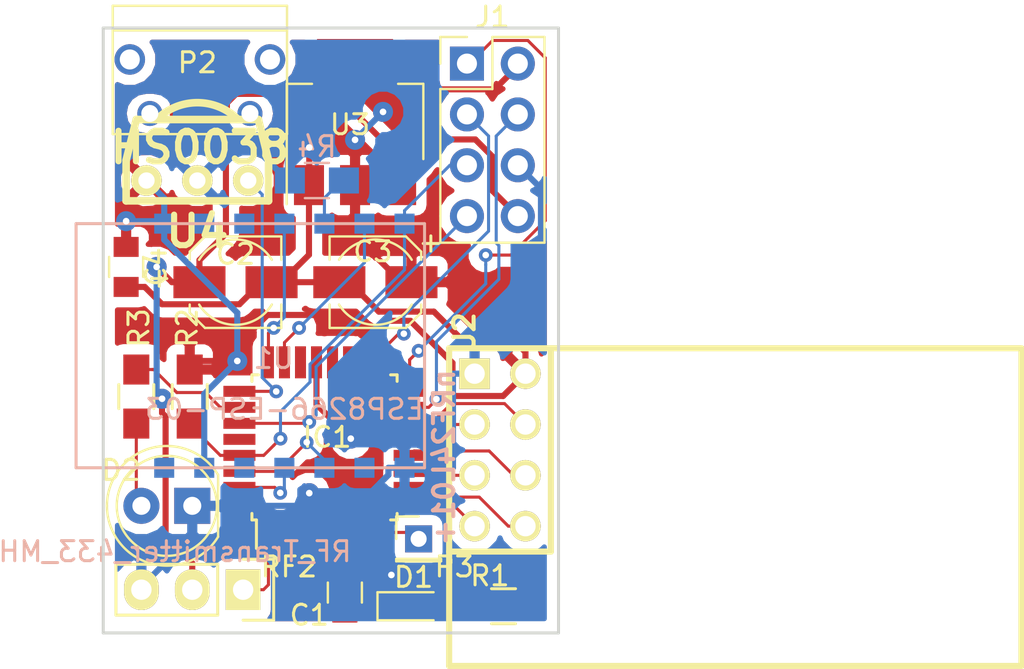
<source format=kicad_pcb>
(kicad_pcb (version 4) (host pcbnew 4.0.6-e0-6349~53~ubuntu16.04.1)

  (general
    (links 59)
    (no_connects 1)
    (area 119.685999 105.334999 142.569001 135.711001)
    (thickness 1.6002)
    (drawings 8)
    (tracks 277)
    (zones 0)
    (modules 19)
    (nets 41)
  )

  (page A4)
  (layers
    (0 F.Cu signal)
    (31 B.Cu signal)
    (32 B.Adhes user hide)
    (33 F.Adhes user hide)
    (34 B.Paste user hide)
    (35 F.Paste user hide)
    (36 B.SilkS user hide)
    (37 F.SilkS user)
    (38 B.Mask user hide)
    (39 F.Mask user)
    (40 Dwgs.User user hide)
    (41 Cmts.User user hide)
    (42 Eco1.User user hide)
    (43 Eco2.User user hide)
    (44 Edge.Cuts user hide)
    (45 Margin user hide)
    (46 B.CrtYd user hide)
    (47 F.CrtYd user hide)
    (48 B.Fab user hide)
    (49 F.Fab user hide)
  )

  (setup
    (last_trace_width 0.1524)
    (user_trace_width 0.3048)
    (trace_clearance 0.1524)
    (zone_clearance 0.508)
    (zone_45_only no)
    (trace_min 0.1524)
    (segment_width 0.2)
    (edge_width 0.15)
    (via_size 0.6858)
    (via_drill 0.3302)
    (via_min_size 0.6858)
    (via_min_drill 0.3302)
    (uvia_size 0.762)
    (uvia_drill 0.508)
    (uvias_allowed no)
    (uvia_min_size 0)
    (uvia_min_drill 0)
    (pcb_text_width 0.3)
    (pcb_text_size 1.5 1.5)
    (mod_edge_width 0.15)
    (mod_text_size 1 1)
    (mod_text_width 0.15)
    (pad_size 4.064 4.064)
    (pad_drill 1.016)
    (pad_to_mask_clearance 0.2)
    (aux_axis_origin 0 0)
    (visible_elements FFFFEF7F)
    (pcbplotparams
      (layerselection 0x00030_80000001)
      (usegerberextensions false)
      (excludeedgelayer true)
      (linewidth 0.100000)
      (plotframeref false)
      (viasonmask false)
      (mode 1)
      (useauxorigin false)
      (hpglpennumber 1)
      (hpglpenspeed 20)
      (hpglpendiameter 15)
      (hpglpenoverlay 2)
      (psnegative false)
      (psa4output false)
      (plotreference true)
      (plotvalue true)
      (plotinvisibletext false)
      (padsonsilk false)
      (subtractmaskfromsilk false)
      (outputformat 1)
      (mirror false)
      (drillshape 1)
      (scaleselection 1)
      (outputdirectory ""))
  )

  (net 0 "")
  (net 1 "Net-(U1-Pad10)")
  (net 2 "Net-(U1-Pad9)")
  (net 3 "Net-(U1-Pad5)")
  (net 4 "Net-(U1-Pad7)")
  (net 5 "Net-(IC1-Pad2)")
  (net 6 GND)
  (net 7 "Net-(IC1-Pad26)")
  (net 8 "Net-(IC1-Pad28)")
  (net 9 /MISO)
  (net 10 /SCK)
  (net 11 /MOSI)
  (net 12 VCC)
  (net 13 "Net-(IC1-Pad19)")
  (net 14 "Net-(IC1-Pad7)")
  (net 15 "Net-(IC1-Pad8)")
  (net 16 "Net-(IC1-Pad22)")
  (net 17 /~RST)
  (net 18 "Net-(P2-Pad2)")
  (net 19 "Net-(P2-Pad3)")
  (net 20 "Net-(P2-Pad4)")
  (net 21 "Net-(P2-Pad6)")
  (net 22 "Net-(IC1-Pad30)")
  (net 23 "Net-(IC1-Pad31)")
  (net 24 "Net-(IC1-Pad32)")
  (net 25 /5V)
  (net 26 /RFDAT)
  (net 27 /CEnRF)
  (net 28 /~CSNnRF)
  (net 29 /SCKnRF)
  (net 30 /MOSInRF)
  (net 31 /MISOnRF)
  (net 32 /IRQnRF)
  (net 33 "Net-(D1-Pad2)")
  (net 34 "Net-(D2-Pad2)")
  (net 35 /IRin)
  (net 36 /int1)
  (net 37 /int0)
  (net 38 "Net-(IC1-Pad20)")
  (net 39 "Net-(R4-Pad1)")
  (net 40 /ADCin)

  (net_class Default "This is the default net class."
    (clearance 0.1524)
    (trace_width 0.1524)
    (via_dia 0.6858)
    (via_drill 0.3302)
    (uvia_dia 0.762)
    (uvia_drill 0.508)
    (add_net /ADCin)
    (add_net /CEnRF)
    (add_net /IRQnRF)
    (add_net /IRin)
    (add_net /MISO)
    (add_net /MISOnRF)
    (add_net /MOSI)
    (add_net /MOSInRF)
    (add_net /RFDAT)
    (add_net /SCK)
    (add_net /SCKnRF)
    (add_net /int0)
    (add_net /int1)
    (add_net /~CSNnRF)
    (add_net /~RST)
    (add_net "Net-(D1-Pad2)")
    (add_net "Net-(D2-Pad2)")
    (add_net "Net-(IC1-Pad19)")
    (add_net "Net-(IC1-Pad2)")
    (add_net "Net-(IC1-Pad20)")
    (add_net "Net-(IC1-Pad22)")
    (add_net "Net-(IC1-Pad26)")
    (add_net "Net-(IC1-Pad28)")
    (add_net "Net-(IC1-Pad30)")
    (add_net "Net-(IC1-Pad31)")
    (add_net "Net-(IC1-Pad32)")
    (add_net "Net-(IC1-Pad7)")
    (add_net "Net-(IC1-Pad8)")
    (add_net "Net-(P2-Pad2)")
    (add_net "Net-(P2-Pad3)")
    (add_net "Net-(P2-Pad4)")
    (add_net "Net-(P2-Pad6)")
    (add_net "Net-(R4-Pad1)")
    (add_net "Net-(U1-Pad10)")
    (add_net "Net-(U1-Pad5)")
    (add_net "Net-(U1-Pad7)")
    (add_net "Net-(U1-Pad9)")
  )

  (net_class power ""
    (clearance 0.1524)
    (trace_width 0.3048)
    (via_dia 1)
    (via_drill 0.3302)
    (uvia_dia 0.762)
    (uvia_drill 0.508)
    (add_net /5V)
    (add_net GND)
    (add_net VCC)
  )

  (module Capacitors_SMD:CP_Elec_4x5.3 (layer F.Cu) (tedit 57FA43A5) (tstamp 589E62C9)
    (at 126.365 118.11)
    (descr "SMT capacitor, aluminium electrolytic, 4x5.3")
    (path /589CEE1E)
    (attr smd)
    (fp_text reference C2 (at 0 -1.397) (layer F.SilkS)
      (effects (font (size 1 1) (thickness 0.15)))
    )
    (fp_text value CP (at 0 -3.5433) (layer F.Fab)
      (effects (font (size 1 1) (thickness 0.15)))
    )
    (fp_text user + (at -1.2065 -0.0762) (layer F.Fab)
      (effects (font (size 1 1) (thickness 0.15)))
    )
    (fp_line (start 2.1336 2.1336) (end 2.1336 -2.1336) (layer F.Fab) (width 0.1))
    (fp_line (start -1.4605 2.1336) (end 2.1336 2.1336) (layer F.Fab) (width 0.1))
    (fp_line (start -2.1336 1.4605) (end -1.4605 2.1336) (layer F.Fab) (width 0.1))
    (fp_line (start -2.1336 -1.4605) (end -2.1336 1.4605) (layer F.Fab) (width 0.1))
    (fp_line (start -1.4605 -2.1336) (end -2.1336 -1.4605) (layer F.Fab) (width 0.1))
    (fp_line (start 2.1336 -2.1336) (end -1.4605 -2.1336) (layer F.Fab) (width 0.1))
    (fp_arc (start 0 0) (end 1.8161 1.1176) (angle 116.717029) (layer F.SilkS) (width 0.12))
    (fp_arc (start 0 0) (end -1.8161 -1.1176) (angle 116.7849955) (layer F.SilkS) (width 0.12))
    (fp_line (start -2.286 -1.524) (end -2.286 -1.1176) (layer F.SilkS) (width 0.12))
    (fp_line (start 2.286 -2.286) (end 2.286 -1.1176) (layer F.SilkS) (width 0.12))
    (fp_line (start 2.286 2.286) (end 2.286 1.1176) (layer F.SilkS) (width 0.12))
    (fp_line (start -2.286 1.524) (end -2.286 1.1176) (layer F.SilkS) (width 0.12))
    (fp_text user + (at -3.81 -0.254) (layer F.SilkS)
      (effects (font (size 1 1) (thickness 0.15)))
    )
    (fp_line (start 3.35 -2.65) (end -3.35 -2.65) (layer F.CrtYd) (width 0.05))
    (fp_line (start -3.35 -2.65) (end -3.35 2.65) (layer F.CrtYd) (width 0.05))
    (fp_line (start -3.35 2.65) (end 3.35 2.65) (layer F.CrtYd) (width 0.05))
    (fp_line (start 3.35 2.65) (end 3.35 -2.65) (layer F.CrtYd) (width 0.05))
    (fp_line (start -1.524 2.286) (end 2.286 2.286) (layer F.SilkS) (width 0.12))
    (fp_line (start -1.524 2.286) (end -2.286 1.524) (layer F.SilkS) (width 0.12))
    (fp_line (start -1.524 -2.286) (end 2.286 -2.286) (layer F.SilkS) (width 0.12))
    (fp_line (start -1.524 -2.286) (end -2.286 -1.524) (layer F.SilkS) (width 0.12))
    (pad 1 smd rect (at -1.8 0 180) (size 2.6 1.6) (layers F.Cu F.Paste F.Mask)
      (net 25 /5V))
    (pad 2 smd rect (at 1.8 0 180) (size 2.6 1.6) (layers F.Cu F.Paste F.Mask)
      (net 6 GND))
    (model Capacitors_SMD.3dshapes/CP_Elec_4x5.3.wrl
      (at (xyz 0 0 0))
      (scale (xyz 1 1 1))
      (rotate (xyz 0 0 180))
    )
  )

  (module spider:ESP8266-ESP-03 (layer B.Cu) (tedit 54BF7D41) (tstamp 58965C18)
    (at 128.905 121.285 270)
    (descr "ESP8266 ESP-03 wifi module -- Phillip Pearson")
    (path /58965778)
    (fp_text reference U1 (at 0.635 0.635 540) (layer B.SilkS)
      (effects (font (size 1 1) (thickness 0.15)) (justify mirror))
    )
    (fp_text value ESP8266-ESP-03 (at 3.175 0.1 540) (layer B.SilkS)
      (effects (font (size 1 1) (thickness 0.15)) (justify mirror))
    )
    (fp_line (start -6.1 -6.9) (end -6.1 10.5) (layer B.SilkS) (width 0.15))
    (fp_line (start -6.1 10.5) (end 6.1 10.5) (layer B.SilkS) (width 0.15))
    (fp_line (start 6.1 10.5) (end 6.1 -6.9) (layer B.SilkS) (width 0.15))
    (fp_line (start 6.1 -6.9) (end -6.1 -6.9) (layer B.SilkS) (width 0.15))
    (pad 14 smd rect (at -6.1 -5.9 270) (size 1 1) (layers B.Cu B.Paste B.Mask)
      (net 17 /~RST))
    (pad 13 smd rect (at -6.1 -3.9 270) (size 1 1) (layers B.Cu B.Paste B.Mask)
      (net 36 /int1))
    (pad 12 smd rect (at -6.1 -1.9 270) (size 1 1) (layers B.Cu B.Paste B.Mask)
      (net 39 "Net-(R4-Pad1)"))
    (pad 11 smd rect (at -6.1 0.1 270) (size 1 1) (layers B.Cu B.Paste B.Mask)
      (net 37 /int0))
    (pad 10 smd rect (at -6.1 2.1 270) (size 1 1) (layers B.Cu B.Paste B.Mask)
      (net 1 "Net-(U1-Pad10)"))
    (pad 9 smd rect (at -6.1 4.1 270) (size 1 1) (layers B.Cu B.Paste B.Mask)
      (net 2 "Net-(U1-Pad9)"))
    (pad 8 smd rect (at -6.1 6.1 270) (size 1 1) (layers B.Cu B.Paste B.Mask)
      (net 12 VCC))
    (pad 1 smd rect (at 6.1 -5.9 270) (size 1 1) (layers B.Cu B.Paste B.Mask)
      (net 6 GND))
    (pad 2 smd rect (at 6.1 -3.9 270) (size 1 1) (layers B.Cu B.Paste B.Mask))
    (pad 3 smd rect (at 6.1 -1.9 270) (size 1 1) (layers B.Cu B.Paste B.Mask)
      (net 22 "Net-(IC1-Pad30)"))
    (pad 4 smd rect (at 6.1 0.1 270) (size 1 1) (layers B.Cu B.Paste B.Mask)
      (net 23 "Net-(IC1-Pad31)"))
    (pad 5 smd rect (at 6.1 2.1 270) (size 1 1) (layers B.Cu B.Paste B.Mask)
      (net 3 "Net-(U1-Pad5)"))
    (pad 6 smd rect (at 6.1 4.1 270) (size 1 1) (layers B.Cu B.Paste B.Mask)
      (net 12 VCC))
    (pad 7 smd rect (at 6.1 6.1 270) (size 1 1) (layers B.Cu B.Paste B.Mask)
      (net 4 "Net-(U1-Pad7)"))
  )

  (module spider:RF_Transmitter_433_MHz (layer F.Cu) (tedit 58AA0E21) (tstamp 58968CC8)
    (at 124.206 133.477 180)
    (path /58968B23)
    (fp_text reference RF2 (at -4.826 1.143 180) (layer F.SilkS)
      (effects (font (size 1 1) (thickness 0.15)))
    )
    (fp_text value RF_Transmitter_433_MHz (at 1.27 1.905 180) (layer B.SilkS)
      (effects (font (size 1 1) (thickness 0.15)) (justify mirror))
    )
    (fp_line (start 3.81 1.27) (end -1.27 1.27) (layer F.SilkS) (width 0.15))
    (fp_line (start 3.81 -1.27) (end 3.81 1.27) (layer F.SilkS) (width 0.15))
    (fp_line (start -1.27 -1.27) (end 3.81 -1.27) (layer F.SilkS) (width 0.15))
    (fp_line (start -1.27 1.27) (end -1.27 -1.27) (layer F.SilkS) (width 0.15))
    (fp_line (start -4.064 1.524) (end -2.54 1.524) (layer F.SilkS) (width 0.15))
    (fp_line (start -4.064 -1.524) (end -4.064 1.524) (layer F.SilkS) (width 0.15))
    (fp_line (start -2.54 -1.524) (end -4.064 -1.524) (layer F.SilkS) (width 0.15))
    (fp_line (start -4.445 0.635) (end -4.445 -0.635) (layer F.CrtYd) (width 0.15))
    (fp_line (start -6.985 0.635) (end -4.445 0.635) (layer F.CrtYd) (width 0.15))
    (fp_line (start -6.985 -0.635) (end -6.985 0.635) (layer F.CrtYd) (width 0.15))
    (fp_line (start 9.525 -0.635) (end -9.525 -0.635) (layer F.CrtYd) (width 0.15))
    (fp_line (start 9.525 -1.905) (end 9.525 -0.635) (layer F.CrtYd) (width 0.15))
    (fp_line (start -9.525 -1.905) (end 9.525 -1.905) (layer F.CrtYd) (width 0.15))
    (fp_line (start -9.525 -0.635) (end -9.525 -1.905) (layer F.CrtYd) (width 0.15))
    (pad 1 thru_hole rect (at -2.54 0 270) (size 2.032 1.7272) (drill 1.016) (layers *.Cu *.Mask F.SilkS)
      (net 26 /RFDAT))
    (pad 2 thru_hole oval (at 0 0 270) (size 2.032 1.7272) (drill 1.016) (layers *.Cu *.Mask F.SilkS)
      (net 25 /5V))
    (pad 3 thru_hole oval (at 2.54 0 270) (size 2.032 1.7272) (drill 1.016) (layers *.Cu *.Mask F.SilkS)
      (net 6 GND))
  )

  (module Housings_SOT:SOT-223-3Lead_TabPin2 (layer F.Cu) (tedit 5891A32E) (tstamp 5897ADBE)
    (at 132.334 110.109 90)
    (descr "module CMS SOT223 4 pins")
    (tags "CMS SOT")
    (path /58979A69)
    (attr smd)
    (fp_text reference U3 (at -0.127 -0.254 180) (layer F.SilkS)
      (effects (font (size 1 1) (thickness 0.15)))
    )
    (fp_text value LD1117S33TR (at 0 4.5 90) (layer F.Fab)
      (effects (font (size 1 1) (thickness 0.15)))
    )
    (fp_line (start 1.91 3.41) (end 1.91 2.15) (layer F.SilkS) (width 0.12))
    (fp_line (start 1.91 -3.41) (end 1.91 -2.15) (layer F.SilkS) (width 0.12))
    (fp_line (start 4.4 -3.6) (end -4.4 -3.6) (layer F.CrtYd) (width 0.05))
    (fp_line (start 4.4 3.6) (end 4.4 -3.6) (layer F.CrtYd) (width 0.05))
    (fp_line (start -4.4 3.6) (end 4.4 3.6) (layer F.CrtYd) (width 0.05))
    (fp_line (start -4.4 -3.6) (end -4.4 3.6) (layer F.CrtYd) (width 0.05))
    (fp_line (start -1.85 -2.35) (end -0.85 -3.35) (layer F.Fab) (width 0.1))
    (fp_line (start -1.85 -2.35) (end -1.85 3.35) (layer F.Fab) (width 0.1))
    (fp_line (start -1.85 3.41) (end 1.91 3.41) (layer F.SilkS) (width 0.12))
    (fp_line (start -0.85 -3.35) (end 1.85 -3.35) (layer F.Fab) (width 0.1))
    (fp_line (start -4.1 -3.41) (end 1.91 -3.41) (layer F.SilkS) (width 0.12))
    (fp_line (start -1.85 3.35) (end 1.85 3.35) (layer F.Fab) (width 0.1))
    (fp_line (start 1.85 -3.35) (end 1.85 3.35) (layer F.Fab) (width 0.1))
    (pad 2 smd rect (at 3.15 0 90) (size 2 3.8) (layers F.Cu F.Paste F.Mask)
      (net 12 VCC))
    (pad 2 smd rect (at -3.15 0 90) (size 2 1.5) (layers F.Cu F.Paste F.Mask)
      (net 12 VCC))
    (pad 3 smd rect (at -3.15 2.3 90) (size 2 1.5) (layers F.Cu F.Paste F.Mask)
      (net 25 /5V))
    (pad 1 smd rect (at -3.15 -2.3 90) (size 2 1.5) (layers F.Cu F.Paste F.Mask)
      (net 6 GND))
    (model TO_SOT_Packages_SMD.3dshapes/SOT-223.wrl
      (at (xyz 0 0 0))
      (scale (xyz 0.4 0.4 0.4))
      (rotate (xyz 0 0 90))
    )
  )

  (module Housings_QFP:TQFP-32_7x7mm_Pitch0.8mm (layer F.Cu) (tedit 54130A77) (tstamp 5897AE05)
    (at 130.81 126.365 90)
    (descr "32-Lead Plastic Thin Quad Flatpack (PT) - 7x7x1.0 mm Body, 2.00 mm [TQFP] (see Microchip Packaging Specification 00000049BS.pdf)")
    (tags "QFP 0.8")
    (path /589789BA)
    (autoplace_cost90 10)
    (autoplace_cost180 10)
    (attr smd)
    (fp_text reference IC1 (at 0.508 0.127 180) (layer F.SilkS)
      (effects (font (size 1 1) (thickness 0.15)))
    )
    (fp_text value ATMEGA88-A (at 0 6.05 90) (layer F.Fab)
      (effects (font (size 1 1) (thickness 0.15)))
    )
    (fp_text user %R (at 0 -0.635 90) (layer F.Fab)
      (effects (font (size 1 1) (thickness 0.15)))
    )
    (fp_line (start -2.5 -3.5) (end 3.5 -3.5) (layer F.Fab) (width 0.15))
    (fp_line (start 3.5 -3.5) (end 3.5 3.5) (layer F.Fab) (width 0.15))
    (fp_line (start 3.5 3.5) (end -3.5 3.5) (layer F.Fab) (width 0.15))
    (fp_line (start -3.5 3.5) (end -3.5 -2.5) (layer F.Fab) (width 0.15))
    (fp_line (start -3.5 -2.5) (end -2.5 -3.5) (layer F.Fab) (width 0.15))
    (fp_line (start -5.3 -5.3) (end -5.3 5.3) (layer F.CrtYd) (width 0.05))
    (fp_line (start 5.3 -5.3) (end 5.3 5.3) (layer F.CrtYd) (width 0.05))
    (fp_line (start -5.3 -5.3) (end 5.3 -5.3) (layer F.CrtYd) (width 0.05))
    (fp_line (start -5.3 5.3) (end 5.3 5.3) (layer F.CrtYd) (width 0.05))
    (fp_line (start -3.625 -3.625) (end -3.625 -3.4) (layer F.SilkS) (width 0.15))
    (fp_line (start 3.625 -3.625) (end 3.625 -3.3) (layer F.SilkS) (width 0.15))
    (fp_line (start 3.625 3.625) (end 3.625 3.3) (layer F.SilkS) (width 0.15))
    (fp_line (start -3.625 3.625) (end -3.625 3.3) (layer F.SilkS) (width 0.15))
    (fp_line (start -3.625 -3.625) (end -3.3 -3.625) (layer F.SilkS) (width 0.15))
    (fp_line (start -3.625 3.625) (end -3.3 3.625) (layer F.SilkS) (width 0.15))
    (fp_line (start 3.625 3.625) (end 3.3 3.625) (layer F.SilkS) (width 0.15))
    (fp_line (start 3.625 -3.625) (end 3.3 -3.625) (layer F.SilkS) (width 0.15))
    (fp_line (start -3.625 -3.4) (end -5.05 -3.4) (layer F.SilkS) (width 0.15))
    (pad 1 smd rect (at -4.25 -2.8 90) (size 1.6 0.55) (layers F.Cu F.Paste F.Mask)
      (net 26 /RFDAT))
    (pad 2 smd rect (at -4.25 -2 90) (size 1.6 0.55) (layers F.Cu F.Paste F.Mask)
      (net 5 "Net-(IC1-Pad2)"))
    (pad 3 smd rect (at -4.25 -1.2 90) (size 1.6 0.55) (layers F.Cu F.Paste F.Mask)
      (net 6 GND))
    (pad 4 smd rect (at -4.25 -0.4 90) (size 1.6 0.55) (layers F.Cu F.Paste F.Mask)
      (net 12 VCC))
    (pad 5 smd rect (at -4.25 0.4 90) (size 1.6 0.55) (layers F.Cu F.Paste F.Mask)
      (net 6 GND))
    (pad 6 smd rect (at -4.25 1.2 90) (size 1.6 0.55) (layers F.Cu F.Paste F.Mask)
      (net 12 VCC))
    (pad 7 smd rect (at -4.25 2 90) (size 1.6 0.55) (layers F.Cu F.Paste F.Mask)
      (net 14 "Net-(IC1-Pad7)"))
    (pad 8 smd rect (at -4.25 2.8 90) (size 1.6 0.55) (layers F.Cu F.Paste F.Mask)
      (net 15 "Net-(IC1-Pad8)"))
    (pad 9 smd rect (at -2.8 4.25 180) (size 1.6 0.55) (layers F.Cu F.Paste F.Mask)
      (net 31 /MISOnRF))
    (pad 10 smd rect (at -2 4.25 180) (size 1.6 0.55) (layers F.Cu F.Paste F.Mask)
      (net 32 /IRQnRF))
    (pad 11 smd rect (at -1.2 4.25 180) (size 1.6 0.55) (layers F.Cu F.Paste F.Mask)
      (net 29 /SCKnRF))
    (pad 12 smd rect (at -0.4 4.25 180) (size 1.6 0.55) (layers F.Cu F.Paste F.Mask)
      (net 30 /MOSInRF))
    (pad 13 smd rect (at 0.4 4.25 180) (size 1.6 0.55) (layers F.Cu F.Paste F.Mask)
      (net 27 /CEnRF))
    (pad 14 smd rect (at 1.2 4.25 180) (size 1.6 0.55) (layers F.Cu F.Paste F.Mask)
      (net 28 /~CSNnRF))
    (pad 15 smd rect (at 2 4.25 180) (size 1.6 0.55) (layers F.Cu F.Paste F.Mask)
      (net 11 /MOSI))
    (pad 16 smd rect (at 2.8 4.25 180) (size 1.6 0.55) (layers F.Cu F.Paste F.Mask)
      (net 9 /MISO))
    (pad 17 smd rect (at 4.25 2.8 90) (size 1.6 0.55) (layers F.Cu F.Paste F.Mask)
      (net 10 /SCK))
    (pad 18 smd rect (at 4.25 2 90) (size 1.6 0.55) (layers F.Cu F.Paste F.Mask)
      (net 12 VCC))
    (pad 19 smd rect (at 4.25 1.2 90) (size 1.6 0.55) (layers F.Cu F.Paste F.Mask)
      (net 13 "Net-(IC1-Pad19)"))
    (pad 20 smd rect (at 4.25 0.4 90) (size 1.6 0.55) (layers F.Cu F.Paste F.Mask)
      (net 38 "Net-(IC1-Pad20)"))
    (pad 21 smd rect (at 4.25 -0.4 90) (size 1.6 0.55) (layers F.Cu F.Paste F.Mask)
      (net 6 GND))
    (pad 22 smd rect (at 4.25 -1.2 90) (size 1.6 0.55) (layers F.Cu F.Paste F.Mask)
      (net 16 "Net-(IC1-Pad22)"))
    (pad 23 smd rect (at 4.25 -2 90) (size 1.6 0.55) (layers F.Cu F.Paste F.Mask)
      (net 36 /int1))
    (pad 24 smd rect (at 4.25 -2.8 90) (size 1.6 0.55) (layers F.Cu F.Paste F.Mask)
      (net 37 /int0))
    (pad 25 smd rect (at 2.8 -4.25 180) (size 1.6 0.55) (layers F.Cu F.Paste F.Mask)
      (net 35 /IRin))
    (pad 26 smd rect (at 2 -4.25 180) (size 1.6 0.55) (layers F.Cu F.Paste F.Mask)
      (net 7 "Net-(IC1-Pad26)"))
    (pad 27 smd rect (at 1.2 -4.25 180) (size 1.6 0.55) (layers F.Cu F.Paste F.Mask)
      (net 40 /ADCin))
    (pad 28 smd rect (at 0.4 -4.25 180) (size 1.6 0.55) (layers F.Cu F.Paste F.Mask)
      (net 8 "Net-(IC1-Pad28)"))
    (pad 29 smd rect (at -0.4 -4.25 180) (size 1.6 0.55) (layers F.Cu F.Paste F.Mask)
      (net 17 /~RST))
    (pad 30 smd rect (at -1.2 -4.25 180) (size 1.6 0.55) (layers F.Cu F.Paste F.Mask)
      (net 22 "Net-(IC1-Pad30)"))
    (pad 31 smd rect (at -2 -4.25 180) (size 1.6 0.55) (layers F.Cu F.Paste F.Mask)
      (net 23 "Net-(IC1-Pad31)"))
    (pad 32 smd rect (at -2.8 -4.25 180) (size 1.6 0.55) (layers F.Cu F.Paste F.Mask)
      (net 24 "Net-(IC1-Pad32)"))
    (model Housings_QFP.3dshapes/TQFP-32_7x7mm_Pitch0.8mm.wrl
      (at (xyz 0 0 0))
      (scale (xyz 1 1 1))
      (rotate (xyz 0 0 0))
    )
  )

  (module spider:NRF24L01_MODULE (layer F.Cu) (tedit 58AA0E77) (tstamp 589688D5)
    (at 139.573 126.492 270)
    (descr "Footprint for Chinese nRF24L01+ module")
    (tags CONN)
    (path /589685A2)
    (fp_text reference U2 (at -5.842 1.778 270) (layer F.SilkS)
      (effects (font (size 1.016 1.016) (thickness 0.2032)))
    )
    (fp_text value nRF24L01+ (at 0.381 2.794 270) (layer B.SilkS)
      (effects (font (size 1.016 1.016) (thickness 0.2032)) (justify mirror))
    )
    (fp_line (start 5.08 2.54) (end 10.795 2.54) (layer F.SilkS) (width 0.3048))
    (fp_line (start 10.795 2.54) (end 10.795 -26.035) (layer F.SilkS) (width 0.3048))
    (fp_line (start 10.795 -26.035) (end -5.08 -26.035) (layer F.SilkS) (width 0.3048))
    (fp_line (start -5.08 -26.035) (end -5.08 -2.54) (layer F.SilkS) (width 0.3048))
    (fp_line (start -5.08 -2.54) (end 5.08 -2.54) (layer F.SilkS) (width 0.3048))
    (fp_line (start 5.08 -2.54) (end 5.08 2.54) (layer F.SilkS) (width 0.3048))
    (fp_line (start 5.08 2.54) (end -5.08 2.54) (layer F.SilkS) (width 0.3048))
    (fp_line (start -5.08 2.54) (end -5.08 -2.54) (layer F.SilkS) (width 0.3048))
    (pad 1 thru_hole rect (at -3.81 1.27 270) (size 1.524 1.524) (drill 1.016) (layers *.Cu *.Mask F.SilkS)
      (net 6 GND))
    (pad 2 thru_hole circle (at -3.81 -1.27 270) (size 1.524 1.524) (drill 1.016) (layers *.Cu *.Mask F.SilkS)
      (net 12 VCC))
    (pad 3 thru_hole circle (at -1.27 1.27 270) (size 1.524 1.524) (drill 1.016) (layers *.Cu *.Mask F.SilkS)
      (net 27 /CEnRF))
    (pad 4 thru_hole circle (at -1.27 -1.27 270) (size 1.524 1.524) (drill 1.016) (layers *.Cu *.Mask F.SilkS)
      (net 28 /~CSNnRF))
    (pad 5 thru_hole circle (at 1.27 1.27 270) (size 1.524 1.524) (drill 1.016) (layers *.Cu *.Mask F.SilkS)
      (net 29 /SCKnRF))
    (pad 6 thru_hole circle (at 1.27 -1.27 270) (size 1.524 1.524) (drill 1.016) (layers *.Cu *.Mask F.SilkS)
      (net 30 /MOSInRF))
    (pad 7 thru_hole circle (at 3.81 1.27 270) (size 1.524 1.524) (drill 1.016) (layers *.Cu *.Mask F.SilkS)
      (net 31 /MISOnRF))
    (pad 8 thru_hole circle (at 3.81 -1.27 270) (size 1.524 1.524) (drill 1.016) (layers *.Cu *.Mask F.SilkS)
      (net 32 /IRQnRF))
    (model pin_array/pins_array_4x2.wrl
      (at (xyz 0 0 0))
      (scale (xyz 1 1 1))
      (rotate (xyz 0 0 0))
    )
  )

  (module Capacitors_SMD:C_0805 (layer F.Cu) (tedit 5415D6EA) (tstamp 589E62C3)
    (at 131.826 133.62 90)
    (descr "Capacitor SMD 0805, reflow soldering, AVX (see smccp.pdf)")
    (tags "capacitor 0805")
    (path /589E6101)
    (attr smd)
    (fp_text reference C1 (at -1.127 -1.778 180) (layer F.SilkS)
      (effects (font (size 1 1) (thickness 0.15)))
    )
    (fp_text value 100nF (at 4.445 0 90) (layer F.Fab)
      (effects (font (size 1 1) (thickness 0.15)))
    )
    (fp_line (start -1 0.625) (end -1 -0.625) (layer F.Fab) (width 0.1))
    (fp_line (start 1 0.625) (end -1 0.625) (layer F.Fab) (width 0.1))
    (fp_line (start 1 -0.625) (end 1 0.625) (layer F.Fab) (width 0.1))
    (fp_line (start -1 -0.625) (end 1 -0.625) (layer F.Fab) (width 0.1))
    (fp_line (start -1.8 -1) (end 1.8 -1) (layer F.CrtYd) (width 0.05))
    (fp_line (start -1.8 1) (end 1.8 1) (layer F.CrtYd) (width 0.05))
    (fp_line (start -1.8 -1) (end -1.8 1) (layer F.CrtYd) (width 0.05))
    (fp_line (start 1.8 -1) (end 1.8 1) (layer F.CrtYd) (width 0.05))
    (fp_line (start 0.5 -0.85) (end -0.5 -0.85) (layer F.SilkS) (width 0.12))
    (fp_line (start -0.5 0.85) (end 0.5 0.85) (layer F.SilkS) (width 0.12))
    (pad 1 smd rect (at -1 0 90) (size 1 1.25) (layers F.Cu F.Paste F.Mask)
      (net 12 VCC))
    (pad 2 smd rect (at 1 0 90) (size 1 1.25) (layers F.Cu F.Paste F.Mask)
      (net 6 GND))
    (model Capacitors_SMD.3dshapes/C_0805.wrl
      (at (xyz 0 0 0))
      (scale (xyz 1 1 1))
      (rotate (xyz 0 0 0))
    )
  )

  (module Capacitors_SMD:CP_Elec_4x5.3 (layer F.Cu) (tedit 57FA43A5) (tstamp 589E62CF)
    (at 133.35 118.11 180)
    (descr "SMT capacitor, aluminium electrolytic, 4x5.3")
    (path /589CED4F)
    (attr smd)
    (fp_text reference C3 (at 0.127 1.524 180) (layer F.SilkS)
      (effects (font (size 1 1) (thickness 0.15)))
    )
    (fp_text value CP (at 0.3175 1.27 180) (layer F.Fab)
      (effects (font (size 1 1) (thickness 0.15)))
    )
    (fp_text user + (at -1.2065 -0.0762 180) (layer F.Fab)
      (effects (font (size 1 1) (thickness 0.15)))
    )
    (fp_line (start 2.1336 2.1336) (end 2.1336 -2.1336) (layer F.Fab) (width 0.1))
    (fp_line (start -1.4605 2.1336) (end 2.1336 2.1336) (layer F.Fab) (width 0.1))
    (fp_line (start -2.1336 1.4605) (end -1.4605 2.1336) (layer F.Fab) (width 0.1))
    (fp_line (start -2.1336 -1.4605) (end -2.1336 1.4605) (layer F.Fab) (width 0.1))
    (fp_line (start -1.4605 -2.1336) (end -2.1336 -1.4605) (layer F.Fab) (width 0.1))
    (fp_line (start 2.1336 -2.1336) (end -1.4605 -2.1336) (layer F.Fab) (width 0.1))
    (fp_arc (start 0 0) (end 1.8161 1.1176) (angle 116.717029) (layer F.SilkS) (width 0.12))
    (fp_arc (start 0 0) (end -1.8161 -1.1176) (angle 116.7849955) (layer F.SilkS) (width 0.12))
    (fp_line (start -2.286 -1.524) (end -2.286 -1.1176) (layer F.SilkS) (width 0.12))
    (fp_line (start 2.286 -2.286) (end 2.286 -1.1176) (layer F.SilkS) (width 0.12))
    (fp_line (start 2.286 2.286) (end 2.286 1.1176) (layer F.SilkS) (width 0.12))
    (fp_line (start -2.286 1.524) (end -2.286 1.1176) (layer F.SilkS) (width 0.12))
    (fp_text user + (at -2.7686 2.0066 180) (layer F.SilkS)
      (effects (font (size 1 1) (thickness 0.15)))
    )
    (fp_line (start 3.35 -2.65) (end -3.35 -2.65) (layer F.CrtYd) (width 0.05))
    (fp_line (start -3.35 -2.65) (end -3.35 2.65) (layer F.CrtYd) (width 0.05))
    (fp_line (start -3.35 2.65) (end 3.35 2.65) (layer F.CrtYd) (width 0.05))
    (fp_line (start 3.35 2.65) (end 3.35 -2.65) (layer F.CrtYd) (width 0.05))
    (fp_line (start -1.524 2.286) (end 2.286 2.286) (layer F.SilkS) (width 0.12))
    (fp_line (start -1.524 2.286) (end -2.286 1.524) (layer F.SilkS) (width 0.12))
    (fp_line (start -1.524 -2.286) (end 2.286 -2.286) (layer F.SilkS) (width 0.12))
    (fp_line (start -1.524 -2.286) (end -2.286 -1.524) (layer F.SilkS) (width 0.12))
    (pad 1 smd rect (at -1.8 0) (size 2.6 1.6) (layers F.Cu F.Paste F.Mask)
      (net 12 VCC))
    (pad 2 smd rect (at 1.8 0) (size 2.6 1.6) (layers F.Cu F.Paste F.Mask)
      (net 6 GND))
    (model Capacitors_SMD.3dshapes/CP_Elec_4x5.3.wrl
      (at (xyz 0 0 0))
      (scale (xyz 1 1 1))
      (rotate (xyz 0 0 180))
    )
  )

  (module LEDs:LED_0805 (layer F.Cu) (tedit 57FE93EC) (tstamp 58A6299A)
    (at 135.255 134.3025)
    (descr "LED 0805 smd package")
    (tags "LED led 0805 SMD smd SMT smt smdled SMDLED smtled SMTLED")
    (path /58A62888)
    (attr smd)
    (fp_text reference D1 (at 0 -1.45) (layer F.SilkS)
      (effects (font (size 1 1) (thickness 0.15)))
    )
    (fp_text value LED (at 0 1.55) (layer F.Fab)
      (effects (font (size 1 1) (thickness 0.15)))
    )
    (fp_line (start -1.8 -0.7) (end -1.8 0.7) (layer F.SilkS) (width 0.12))
    (fp_line (start -0.4 -0.4) (end -0.4 0.4) (layer F.Fab) (width 0.1))
    (fp_line (start -0.4 0) (end 0.2 -0.4) (layer F.Fab) (width 0.1))
    (fp_line (start 0.2 0.4) (end -0.4 0) (layer F.Fab) (width 0.1))
    (fp_line (start 0.2 -0.4) (end 0.2 0.4) (layer F.Fab) (width 0.1))
    (fp_line (start 1 0.6) (end -1 0.6) (layer F.Fab) (width 0.1))
    (fp_line (start 1 -0.6) (end 1 0.6) (layer F.Fab) (width 0.1))
    (fp_line (start -1 -0.6) (end 1 -0.6) (layer F.Fab) (width 0.1))
    (fp_line (start -1 0.6) (end -1 -0.6) (layer F.Fab) (width 0.1))
    (fp_line (start -1.8 0.7) (end 1 0.7) (layer F.SilkS) (width 0.12))
    (fp_line (start -1.8 -0.7) (end 1 -0.7) (layer F.SilkS) (width 0.12))
    (fp_line (start 1.95 -0.85) (end 1.95 0.85) (layer F.CrtYd) (width 0.05))
    (fp_line (start 1.95 0.85) (end -1.95 0.85) (layer F.CrtYd) (width 0.05))
    (fp_line (start -1.95 0.85) (end -1.95 -0.85) (layer F.CrtYd) (width 0.05))
    (fp_line (start -1.95 -0.85) (end 1.95 -0.85) (layer F.CrtYd) (width 0.05))
    (pad 2 smd rect (at 1.1 0 180) (size 1.2 1.2) (layers F.Cu F.Paste F.Mask)
      (net 33 "Net-(D1-Pad2)"))
    (pad 1 smd rect (at -1.1 0 180) (size 1.2 1.2) (layers F.Cu F.Paste F.Mask)
      (net 6 GND))
    (model LEDs.3dshapes/LED_0805.wrl
      (at (xyz 0 0 0))
      (scale (xyz 1 1 1))
      (rotate (xyz 0 0 180))
    )
  )

  (module Resistors_SMD:R_0805_HandSoldering (layer F.Cu) (tedit 58307B90) (tstamp 58A629A0)
    (at 139.747 134.3025 180)
    (descr "Resistor SMD 0805, hand soldering")
    (tags "resistor 0805")
    (path /58A62B5B)
    (attr smd)
    (fp_text reference R1 (at 0.682 1.524 180) (layer F.SilkS)
      (effects (font (size 1 1) (thickness 0.15)))
    )
    (fp_text value 470 (at 0 2.1 180) (layer F.Fab)
      (effects (font (size 1 1) (thickness 0.15)))
    )
    (fp_line (start -1 0.625) (end -1 -0.625) (layer F.Fab) (width 0.1))
    (fp_line (start 1 0.625) (end -1 0.625) (layer F.Fab) (width 0.1))
    (fp_line (start 1 -0.625) (end 1 0.625) (layer F.Fab) (width 0.1))
    (fp_line (start -1 -0.625) (end 1 -0.625) (layer F.Fab) (width 0.1))
    (fp_line (start -2.4 -1) (end 2.4 -1) (layer F.CrtYd) (width 0.05))
    (fp_line (start -2.4 1) (end 2.4 1) (layer F.CrtYd) (width 0.05))
    (fp_line (start -2.4 -1) (end -2.4 1) (layer F.CrtYd) (width 0.05))
    (fp_line (start 2.4 -1) (end 2.4 1) (layer F.CrtYd) (width 0.05))
    (fp_line (start 0.6 0.875) (end -0.6 0.875) (layer F.SilkS) (width 0.15))
    (fp_line (start -0.6 -0.875) (end 0.6 -0.875) (layer F.SilkS) (width 0.15))
    (pad 1 smd rect (at -1.35 0 180) (size 1.5 1.3) (layers F.Cu F.Paste F.Mask)
      (net 14 "Net-(IC1-Pad7)"))
    (pad 2 smd rect (at 1.35 0 180) (size 1.5 1.3) (layers F.Cu F.Paste F.Mask)
      (net 33 "Net-(D1-Pad2)"))
    (model Resistors_SMD.3dshapes/R_0805_HandSoldering.wrl
      (at (xyz 0 0 0))
      (scale (xyz 1 1 1))
      (rotate (xyz 0 0 0))
    )
  )

  (module Resistors_SMD:R_0805_HandSoldering (layer F.Cu) (tedit 58307B90) (tstamp 58A633DB)
    (at 124.079 123.825 270)
    (descr "Resistor SMD 0805, hand soldering")
    (tags "resistor 0805")
    (path /58A63377)
    (attr smd)
    (fp_text reference R2 (at -3.429 0.127 270) (layer F.SilkS)
      (effects (font (size 1 1) (thickness 0.15)))
    )
    (fp_text value 10K (at 0 2.1 270) (layer F.Fab)
      (effects (font (size 1 1) (thickness 0.15)))
    )
    (fp_line (start -1 0.625) (end -1 -0.625) (layer F.Fab) (width 0.1))
    (fp_line (start 1 0.625) (end -1 0.625) (layer F.Fab) (width 0.1))
    (fp_line (start 1 -0.625) (end 1 0.625) (layer F.Fab) (width 0.1))
    (fp_line (start -1 -0.625) (end 1 -0.625) (layer F.Fab) (width 0.1))
    (fp_line (start -2.4 -1) (end 2.4 -1) (layer F.CrtYd) (width 0.05))
    (fp_line (start -2.4 1) (end 2.4 1) (layer F.CrtYd) (width 0.05))
    (fp_line (start -2.4 -1) (end -2.4 1) (layer F.CrtYd) (width 0.05))
    (fp_line (start 2.4 -1) (end 2.4 1) (layer F.CrtYd) (width 0.05))
    (fp_line (start 0.6 0.875) (end -0.6 0.875) (layer F.SilkS) (width 0.15))
    (fp_line (start -0.6 -0.875) (end 0.6 -0.875) (layer F.SilkS) (width 0.15))
    (pad 1 smd rect (at -1.35 0 270) (size 1.5 1.3) (layers F.Cu F.Paste F.Mask)
      (net 12 VCC))
    (pad 2 smd rect (at 1.35 0 270) (size 1.5 1.3) (layers F.Cu F.Paste F.Mask)
      (net 17 /~RST))
    (model Resistors_SMD.3dshapes/R_0805_HandSoldering.wrl
      (at (xyz 0 0 0))
      (scale (xyz 1 1 1))
      (rotate (xyz 0 0 0))
    )
  )

  (module LEDs:LED_D5.0mm (layer F.Cu) (tedit 587A3A7B) (tstamp 58A9A792)
    (at 124.206 129.286 180)
    (descr "LED, diameter 5.0mm, 2 pins, http://cdn-reichelt.de/documents/datenblatt/A500/LL-504BC2E-009.pdf")
    (tags "LED diameter 5.0mm 2 pins")
    (path /58A9935F)
    (fp_text reference D2 (at 3.556 1.778 180) (layer F.SilkS)
      (effects (font (size 1 1) (thickness 0.15)))
    )
    (fp_text value IRLED (at 1.27 3.96 180) (layer F.Fab)
      (effects (font (size 1 1) (thickness 0.15)))
    )
    (fp_arc (start 1.27 0) (end -1.23 -1.469694) (angle 299.1) (layer F.Fab) (width 0.1))
    (fp_arc (start 1.27 0) (end -1.29 -1.54483) (angle 148.9) (layer F.SilkS) (width 0.12))
    (fp_arc (start 1.27 0) (end -1.29 1.54483) (angle -148.9) (layer F.SilkS) (width 0.12))
    (fp_circle (center 1.27 0) (end 3.77 0) (layer F.Fab) (width 0.1))
    (fp_circle (center 1.27 0) (end 3.77 0) (layer F.SilkS) (width 0.12))
    (fp_line (start -1.23 -1.469694) (end -1.23 1.469694) (layer F.Fab) (width 0.1))
    (fp_line (start -1.29 -1.545) (end -1.29 1.545) (layer F.SilkS) (width 0.12))
    (fp_line (start -1.95 -3.25) (end -1.95 3.25) (layer F.CrtYd) (width 0.05))
    (fp_line (start -1.95 3.25) (end 4.5 3.25) (layer F.CrtYd) (width 0.05))
    (fp_line (start 4.5 3.25) (end 4.5 -3.25) (layer F.CrtYd) (width 0.05))
    (fp_line (start 4.5 -3.25) (end -1.95 -3.25) (layer F.CrtYd) (width 0.05))
    (pad 1 thru_hole rect (at 0 0 180) (size 1.8 1.8) (drill 0.9) (layers *.Cu *.Mask)
      (net 6 GND))
    (pad 2 thru_hole circle (at 2.54 0 180) (size 1.8 1.8) (drill 0.9) (layers *.Cu *.Mask)
      (net 34 "Net-(D2-Pad2)"))
    (model LEDs.3dshapes/LED_D5.0mm.wrl
      (at (xyz 0 0 0))
      (scale (xyz 0.393701 0.393701 0.393701))
      (rotate (xyz 0 0 0))
    )
  )

  (module Resistors_SMD:R_0805_HandSoldering (layer F.Cu) (tedit 58307B90) (tstamp 58A9A798)
    (at 121.412 123.825 270)
    (descr "Resistor SMD 0805, hand soldering")
    (tags "resistor 0805")
    (path /58A9956A)
    (attr smd)
    (fp_text reference R3 (at -3.429 -0.127 270) (layer F.SilkS)
      (effects (font (size 1 1) (thickness 0.15)))
    )
    (fp_text value 470 (at 0 2.1 270) (layer F.Fab)
      (effects (font (size 1 1) (thickness 0.15)))
    )
    (fp_line (start -1 0.625) (end -1 -0.625) (layer F.Fab) (width 0.1))
    (fp_line (start 1 0.625) (end -1 0.625) (layer F.Fab) (width 0.1))
    (fp_line (start 1 -0.625) (end 1 0.625) (layer F.Fab) (width 0.1))
    (fp_line (start -1 -0.625) (end 1 -0.625) (layer F.Fab) (width 0.1))
    (fp_line (start -2.4 -1) (end 2.4 -1) (layer F.CrtYd) (width 0.05))
    (fp_line (start -2.4 1) (end 2.4 1) (layer F.CrtYd) (width 0.05))
    (fp_line (start -2.4 -1) (end -2.4 1) (layer F.CrtYd) (width 0.05))
    (fp_line (start 2.4 -1) (end 2.4 1) (layer F.CrtYd) (width 0.05))
    (fp_line (start 0.6 0.875) (end -0.6 0.875) (layer F.SilkS) (width 0.15))
    (fp_line (start -0.6 -0.875) (end 0.6 -0.875) (layer F.SilkS) (width 0.15))
    (pad 1 smd rect (at -1.35 0 270) (size 1.5 1.3) (layers F.Cu F.Paste F.Mask)
      (net 7 "Net-(IC1-Pad26)"))
    (pad 2 smd rect (at 1.35 0 270) (size 1.5 1.3) (layers F.Cu F.Paste F.Mask)
      (net 34 "Net-(D2-Pad2)"))
    (model Resistors_SMD.3dshapes/R_0805_HandSoldering.wrl
      (at (xyz 0 0 0))
      (scale (xyz 1 1 1))
      (rotate (xyz 0 0 0))
    )
  )

  (module Pin_Headers:Pin_Header_Straight_1x01_Pitch2.00mm (layer F.Cu) (tedit 5862ED55) (tstamp 58AA009A)
    (at 135.509 130.937)
    (descr "Through hole straight pin header, 1x01, 2.00mm pitch, single row")
    (tags "Through hole pin header THT 1x01 2.00mm single row")
    (path /58A9FFA4)
    (fp_text reference P3 (at 1.778 1.397) (layer F.SilkS)
      (effects (font (size 1 1) (thickness 0.15)))
    )
    (fp_text value CONN_01X01 (at 0 2.12) (layer F.Fab)
      (effects (font (size 1 1) (thickness 0.15)))
    )
    (fp_line (start -1 -1) (end -1 1) (layer F.Fab) (width 0.1))
    (fp_line (start -1 1) (end 1 1) (layer F.Fab) (width 0.1))
    (fp_line (start 1 1) (end 1 -1) (layer F.Fab) (width 0.1))
    (fp_line (start 1 -1) (end -1 -1) (layer F.Fab) (width 0.1))
    (fp_line (start -1.12 1) (end -1.12 1.12) (layer F.SilkS) (width 0.12))
    (fp_line (start -1.12 1.12) (end 1.12 1.12) (layer F.SilkS) (width 0.12))
    (fp_line (start 1.12 1.12) (end 1.12 1) (layer F.SilkS) (width 0.12))
    (fp_line (start 1.12 1) (end -1.12 1) (layer F.SilkS) (width 0.12))
    (fp_line (start -1.12 0) (end -1.12 -1.12) (layer F.SilkS) (width 0.12))
    (fp_line (start -1.12 -1.12) (end 0 -1.12) (layer F.SilkS) (width 0.12))
    (fp_line (start -1.3 -1.3) (end -1.3 1.3) (layer F.CrtYd) (width 0.05))
    (fp_line (start -1.3 1.3) (end 1.3 1.3) (layer F.CrtYd) (width 0.05))
    (fp_line (start 1.3 1.3) (end 1.3 -1.3) (layer F.CrtYd) (width 0.05))
    (fp_line (start 1.3 -1.3) (end -1.3 -1.3) (layer F.CrtYd) (width 0.05))
    (pad 1 thru_hole rect (at 0 0) (size 1.35 1.35) (drill 0.8) (layers *.Cu *.Mask)
      (net 15 "Net-(IC1-Pad8)"))
    (model Pin_Headers.3dshapes/Pin_Header_Straight_1x01_Pitch2.00mm.wrl
      (at (xyz 0 0 0))
      (scale (xyz 1 1 1))
      (rotate (xyz 0 0 0))
    )
  )

  (module Capacitors_SMD:C_0805 (layer F.Cu) (tedit 58AA8463) (tstamp 58B5FE61)
    (at 120.904 117.348 270)
    (descr "Capacitor SMD 0805, reflow soldering, AVX (see smccp.pdf)")
    (tags "capacitor 0805")
    (path /58B604D0)
    (attr smd)
    (fp_text reference C4 (at 0 -1.5 270) (layer F.SilkS)
      (effects (font (size 1 1) (thickness 0.15)))
    )
    (fp_text value 220uF (at 0 1.75 270) (layer F.Fab)
      (effects (font (size 1 1) (thickness 0.15)))
    )
    (fp_text user %R (at 0 -1.5 270) (layer F.Fab)
      (effects (font (size 1 1) (thickness 0.15)))
    )
    (fp_line (start -1 0.62) (end -1 -0.62) (layer F.Fab) (width 0.1))
    (fp_line (start 1 0.62) (end -1 0.62) (layer F.Fab) (width 0.1))
    (fp_line (start 1 -0.62) (end 1 0.62) (layer F.Fab) (width 0.1))
    (fp_line (start -1 -0.62) (end 1 -0.62) (layer F.Fab) (width 0.1))
    (fp_line (start 0.5 -0.85) (end -0.5 -0.85) (layer F.SilkS) (width 0.12))
    (fp_line (start -0.5 0.85) (end 0.5 0.85) (layer F.SilkS) (width 0.12))
    (fp_line (start -1.75 -0.88) (end 1.75 -0.88) (layer F.CrtYd) (width 0.05))
    (fp_line (start -1.75 -0.88) (end -1.75 0.87) (layer F.CrtYd) (width 0.05))
    (fp_line (start 1.75 0.87) (end 1.75 -0.88) (layer F.CrtYd) (width 0.05))
    (fp_line (start 1.75 0.87) (end -1.75 0.87) (layer F.CrtYd) (width 0.05))
    (pad 1 smd rect (at -1 0 270) (size 1 1.25) (layers F.Cu F.Paste F.Mask)
      (net 12 VCC))
    (pad 2 smd rect (at 1 0 270) (size 1 1.25) (layers F.Cu F.Paste F.Mask)
      (net 6 GND))
    (model Capacitors_SMD.3dshapes/C_0805.wrl
      (at (xyz 0 0 0))
      (scale (xyz 1 1 1))
      (rotate (xyz 0 0 0))
    )
  )

  (module Resistors_SMD:R_0805_HandSoldering (layer B.Cu) (tedit 58AADA1D) (tstamp 58B5FE67)
    (at 130.429 113.03 180)
    (descr "Resistor SMD 0805, hand soldering")
    (tags "resistor 0805")
    (path /58B5FCE8)
    (attr smd)
    (fp_text reference R4 (at 0 1.7 180) (layer B.SilkS)
      (effects (font (size 1 1) (thickness 0.15)) (justify mirror))
    )
    (fp_text value 10k (at 0 -1.75 180) (layer B.Fab)
      (effects (font (size 1 1) (thickness 0.15)) (justify mirror))
    )
    (fp_text user %R (at 0 1.7 180) (layer B.Fab)
      (effects (font (size 1 1) (thickness 0.15)) (justify mirror))
    )
    (fp_line (start -1 -0.62) (end -1 0.62) (layer B.Fab) (width 0.1))
    (fp_line (start 1 -0.62) (end -1 -0.62) (layer B.Fab) (width 0.1))
    (fp_line (start 1 0.62) (end 1 -0.62) (layer B.Fab) (width 0.1))
    (fp_line (start -1 0.62) (end 1 0.62) (layer B.Fab) (width 0.1))
    (fp_line (start 0.6 -0.88) (end -0.6 -0.88) (layer B.SilkS) (width 0.12))
    (fp_line (start -0.6 0.88) (end 0.6 0.88) (layer B.SilkS) (width 0.12))
    (fp_line (start -2.35 0.9) (end 2.35 0.9) (layer B.CrtYd) (width 0.05))
    (fp_line (start -2.35 0.9) (end -2.35 -0.9) (layer B.CrtYd) (width 0.05))
    (fp_line (start 2.35 -0.9) (end 2.35 0.9) (layer B.CrtYd) (width 0.05))
    (fp_line (start 2.35 -0.9) (end -2.35 -0.9) (layer B.CrtYd) (width 0.05))
    (pad 1 smd rect (at -1.35 0 180) (size 1.5 1.3) (layers B.Cu B.Paste B.Mask)
      (net 39 "Net-(R4-Pad1)"))
    (pad 2 smd rect (at 1.35 0 180) (size 1.5 1.3) (layers B.Cu B.Paste B.Mask)
      (net 6 GND))
    (model Resistors_SMD.3dshapes/R_0805.wrl
      (at (xyz 0 0 0))
      (scale (xyz 1 1 1))
      (rotate (xyz 0 0 0))
    )
  )

  (module Pin_Headers:Pin_Header_Straight_2x04_Pitch2.54mm (layer F.Cu) (tedit 58CD4EC5) (tstamp 58DD8CEA)
    (at 137.922 107.188)
    (descr "Through hole straight pin header, 2x04, 2.54mm pitch, double rows")
    (tags "Through hole pin header THT 2x04 2.54mm double row")
    (path /58DD8F64)
    (fp_text reference J1 (at 1.27 -2.33) (layer F.SilkS)
      (effects (font (size 1 1) (thickness 0.15)))
    )
    (fp_text value CONN_02X04 (at 1.27 9.95) (layer F.Fab)
      (effects (font (size 1 1) (thickness 0.15)))
    )
    (fp_line (start -1.27 -1.27) (end -1.27 8.89) (layer F.Fab) (width 0.1))
    (fp_line (start -1.27 8.89) (end 3.81 8.89) (layer F.Fab) (width 0.1))
    (fp_line (start 3.81 8.89) (end 3.81 -1.27) (layer F.Fab) (width 0.1))
    (fp_line (start 3.81 -1.27) (end -1.27 -1.27) (layer F.Fab) (width 0.1))
    (fp_line (start -1.33 1.27) (end -1.33 8.95) (layer F.SilkS) (width 0.12))
    (fp_line (start -1.33 8.95) (end 3.87 8.95) (layer F.SilkS) (width 0.12))
    (fp_line (start 3.87 8.95) (end 3.87 -1.33) (layer F.SilkS) (width 0.12))
    (fp_line (start 3.87 -1.33) (end 1.27 -1.33) (layer F.SilkS) (width 0.12))
    (fp_line (start 1.27 -1.33) (end 1.27 1.27) (layer F.SilkS) (width 0.12))
    (fp_line (start 1.27 1.27) (end -1.33 1.27) (layer F.SilkS) (width 0.12))
    (fp_line (start -1.33 0) (end -1.33 -1.33) (layer F.SilkS) (width 0.12))
    (fp_line (start -1.33 -1.33) (end 0 -1.33) (layer F.SilkS) (width 0.12))
    (fp_line (start -1.8 -1.8) (end -1.8 9.4) (layer F.CrtYd) (width 0.05))
    (fp_line (start -1.8 9.4) (end 4.35 9.4) (layer F.CrtYd) (width 0.05))
    (fp_line (start 4.35 9.4) (end 4.35 -1.8) (layer F.CrtYd) (width 0.05))
    (fp_line (start 4.35 -1.8) (end -1.8 -1.8) (layer F.CrtYd) (width 0.05))
    (fp_text user %R (at 1.27 -2.33) (layer F.Fab)
      (effects (font (size 1 1) (thickness 0.15)))
    )
    (pad 1 thru_hole rect (at 0 0) (size 1.7 1.7) (drill 1) (layers *.Cu *.Mask)
      (net 9 /MISO))
    (pad 2 thru_hole oval (at 2.54 0) (size 1.7 1.7) (drill 1) (layers *.Cu *.Mask)
      (net 12 VCC))
    (pad 3 thru_hole oval (at 0 2.54) (size 1.7 1.7) (drill 1) (layers *.Cu *.Mask)
      (net 10 /SCK))
    (pad 4 thru_hole oval (at 2.54 2.54) (size 1.7 1.7) (drill 1) (layers *.Cu *.Mask)
      (net 11 /MOSI))
    (pad 5 thru_hole oval (at 0 5.08) (size 1.7 1.7) (drill 1) (layers *.Cu *.Mask)
      (net 17 /~RST))
    (pad 6 thru_hole oval (at 2.54 5.08) (size 1.7 1.7) (drill 1) (layers *.Cu *.Mask)
      (net 6 GND))
    (pad 7 thru_hole oval (at 0 7.62) (size 1.7 1.7) (drill 1) (layers *.Cu *.Mask)
      (net 40 /ADCin))
    (pad 8 thru_hole oval (at 2.54 7.62) (size 1.7 1.7) (drill 1) (layers *.Cu *.Mask)
      (net 25 /5V))
    (model ${KISYS3DMOD}/Pin_Headers.3dshapes/Pin_Header_Straight_2x04_Pitch2.54mm.wrl
      (at (xyz 0.05 -0.15 0))
      (scale (xyz 1 1 1))
      (rotate (xyz 0 0 90))
    )
  )

  (module "spider:USB_Micro-B handsoldering" (layer F.Cu) (tedit 58DD95D2) (tstamp 58DD96EE)
    (at 124.587 108.331 180)
    (descr "Micro USB Type B Receptacle")
    (tags "USB USB_B USB_micro USB_OTG")
    (path /5897ABC5)
    (attr smd)
    (fp_text reference P2 (at 0.127 1.19 180) (layer F.SilkS)
      (effects (font (size 1 1) (thickness 0.15)))
    )
    (fp_text value USB_OTG (at 0 5.01 180) (layer F.Fab)
      (effects (font (size 1 1) (thickness 0.15)))
    )
    (fp_line (start -4.6 -2.59) (end 4.6 -2.59) (layer F.CrtYd) (width 0.05))
    (fp_line (start 4.6 -2.59) (end 4.6 4.26) (layer F.CrtYd) (width 0.05))
    (fp_line (start 4.6 4.26) (end -4.6 4.26) (layer F.CrtYd) (width 0.05))
    (fp_line (start -4.6 4.26) (end -4.6 -2.59) (layer F.CrtYd) (width 0.05))
    (fp_line (start -4.35 4.03) (end 4.35 4.03) (layer F.SilkS) (width 0.12))
    (fp_line (start -4.35 -2.38) (end 4.35 -2.38) (layer F.SilkS) (width 0.12))
    (fp_line (start 4.35 -2.38) (end 4.35 4.03) (layer F.SilkS) (width 0.12))
    (fp_line (start 4.35 2.8) (end -4.35 2.8) (layer F.SilkS) (width 0.12))
    (fp_line (start -4.35 4.03) (end -4.35 -2.38) (layer F.SilkS) (width 0.12))
    (pad 1 smd rect (at -1.3 -1.65 270) (size 2 0.4) (layers F.Cu F.Paste F.Mask)
      (net 25 /5V))
    (pad 2 smd rect (at -0.65 -1.35 270) (size 1.35 0.4) (layers F.Cu F.Paste F.Mask)
      (net 18 "Net-(P2-Pad2)"))
    (pad 3 smd rect (at 0 -1.35 270) (size 1.35 0.4) (layers F.Cu F.Paste F.Mask)
      (net 19 "Net-(P2-Pad3)"))
    (pad 4 smd rect (at 0.65 -1.35 270) (size 1.35 0.4) (layers F.Cu F.Paste F.Mask)
      (net 20 "Net-(P2-Pad4)"))
    (pad 5 smd rect (at 1.3 -1.65 270) (size 2 0.4) (layers F.Cu F.Paste F.Mask)
      (net 6 GND))
    (pad 6 thru_hole oval (at -2.5 -1.35 270) (size 1.25 1.25) (drill oval 0.85) (layers *.Cu *.Mask)
      (net 21 "Net-(P2-Pad6)"))
    (pad 6 thru_hole circle (at 2.5 -1.35 270) (size 1.25 1.25) (drill 0.85) (layers *.Cu *.Mask)
      (net 21 "Net-(P2-Pad6)"))
    (pad 7 thru_hole circle (at -3.5 1.35 180) (size 1.524 1.524) (drill 1) (layers *.Cu *.Mask))
    (pad 7 thru_hole circle (at 3.5 1.35 180) (size 1.524 1.524) (drill 1) (layers *.Cu *.Mask))
  )

  (module TSOP2438:TSOP2438_long (layer F.Cu) (tedit 4C454C4D) (tstamp 58DD96FA)
    (at 124.46 113.03 180)
    (path /58DD8217)
    (fp_text reference U4 (at 0 -2.54 180) (layer F.SilkS)
      (effects (font (thickness 0.3048)))
    )
    (fp_text value HS0038 (at -0.127 1.651 180) (layer F.SilkS)
      (effects (font (thickness 0.3048)))
    )
    (fp_arc (start 0 1.016) (end 2.032 3.048) (angle 90) (layer F.SilkS) (width 0.381))
    (fp_line (start -3.556 -1.016) (end -3.556 1.016) (layer F.SilkS) (width 0.381))
    (fp_line (start -3.556 1.016) (end -3.048 3.048) (layer F.SilkS) (width 0.381))
    (fp_line (start -3.048 3.048) (end 3.048 3.048) (layer F.SilkS) (width 0.381))
    (fp_line (start 3.048 3.048) (end 3.556 1.016) (layer F.SilkS) (width 0.381))
    (fp_line (start 3.556 1.016) (end 3.556 -1.016) (layer F.SilkS) (width 0.381))
    (fp_line (start 3.556 -1.016) (end -3.556 -1.016) (layer F.SilkS) (width 0.381))
    (pad 1 thru_hole circle (at -2.54 0 180) (size 1.524 1.524) (drill 0.8128) (layers *.Cu *.Mask F.SilkS)
      (net 35 /IRin))
    (pad 2 thru_hole circle (at 0 0 180) (size 1.524 1.524) (drill 0.8128) (layers *.Cu *.Mask F.SilkS)
      (net 6 GND))
    (pad 3 thru_hole circle (at 2.54 0 180) (size 1.524 1.524) (drill 0.8128) (layers *.Cu *.Mask F.SilkS)
      (net 12 VCC))
    (model userlibs/libraries/packages3d/TSOP2438_long.wrl
      (at (xyz 0 0 0))
      (scale (xyz 1 1 1))
      (rotate (xyz 90 180 0))
    )
  )

  (dimension 6.097323 (width 0.3) (layer B.Fab)
    (gr_text "6.097 mm" (at 131.239852 138.688581 358.8065106) (layer B.Fab)
      (effects (font (size 1.5 1.5) (thickness 0.3)))
    )
    (feature1 (pts (xy 134.366 135.001) (xy 134.259733 140.101788)))
    (feature2 (pts (xy 128.27 134.874) (xy 128.163733 139.974788)))
    (crossbar (pts (xy 128.219971 137.275374) (xy 134.315971 137.402374)))
    (arrow1a (pts (xy 134.315971 137.402374) (xy 133.177497 137.965204)))
    (arrow1b (pts (xy 134.315971 137.402374) (xy 133.201926 136.792617)))
    (arrow2a (pts (xy 128.219971 137.275374) (xy 129.334016 137.885131)))
    (arrow2b (pts (xy 128.219971 137.275374) (xy 129.358445 136.712544)))
  )
  (dimension 7.112 (width 0.3) (layer B.Fab)
    (gr_text "7.112 mm" (at 132.588 100.631) (layer B.Fab)
      (effects (font (size 1.5 1.5) (thickness 0.3)))
    )
    (feature1 (pts (xy 136.144 104.14) (xy 136.144 99.281)))
    (feature2 (pts (xy 129.032 104.14) (xy 129.032 99.281)))
    (crossbar (pts (xy 129.032 101.981) (xy 136.144 101.981)))
    (arrow1a (pts (xy 136.144 101.981) (xy 135.017496 102.567421)))
    (arrow1b (pts (xy 136.144 101.981) (xy 135.017496 101.394579)))
    (arrow2a (pts (xy 129.032 101.981) (xy 130.158504 102.567421)))
    (arrow2b (pts (xy 129.032 101.981) (xy 130.158504 101.394579)))
  )
  (gr_line (start 119.761 135.636) (end 142.494 135.636) (layer Edge.Cuts) (width 0.15))
  (gr_line (start 119.761 105.41) (end 119.761 135.636) (layer Edge.Cuts) (width 0.15))
  (gr_line (start 142.494 105.41) (end 119.761 105.41) (layer Edge.Cuts) (width 0.15))
  (gr_line (start 142.494 135.636) (end 142.494 105.41) (layer Edge.Cuts) (width 0.15))
  (dimension 30.226 (width 0.3) (layer B.Fab)
    (gr_text "1.1900 in" (at 116.125 120.523 90) (layer B.Fab)
      (effects (font (size 1.5 1.5) (thickness 0.3)))
    )
    (feature1 (pts (xy 121.92 105.41) (xy 114.775 105.41)))
    (feature2 (pts (xy 121.92 135.636) (xy 114.775 135.636)))
    (crossbar (pts (xy 117.475 135.636) (xy 117.475 105.41)))
    (arrow1a (pts (xy 117.475 105.41) (xy 118.061421 106.536504)))
    (arrow1b (pts (xy 117.475 105.41) (xy 116.888579 106.536504)))
    (arrow2a (pts (xy 117.475 135.636) (xy 118.061421 134.509496)))
    (arrow2b (pts (xy 117.475 135.636) (xy 116.888579 134.509496)))
  )
  (dimension 20.574 (width 0.3) (layer B.Fab)
    (gr_text "0.8100 in" (at 132.207 141.303931) (layer B.Fab) (tstamp 58A4E516)
      (effects (font (size 1.5 1.5) (thickness 0.3)))
    )
    (feature1 (pts (xy 142.494 136.398) (xy 142.494 142.653931)))
    (feature2 (pts (xy 121.92 136.398) (xy 121.92 142.653931)))
    (crossbar (pts (xy 121.92 139.953931) (xy 142.494 139.953931)))
    (arrow1a (pts (xy 142.494 139.953931) (xy 141.367496 140.540352)))
    (arrow1b (pts (xy 142.494 139.953931) (xy 141.367496 139.36751)))
    (arrow2a (pts (xy 121.92 139.953931) (xy 123.046504 140.540352)))
    (arrow2b (pts (xy 121.92 139.953931) (xy 123.046504 139.36751)))
  )

  (segment (start 131.55 118.11) (end 132.05 118.11) (width 0.3048) (layer F.Cu) (net 6))
  (segment (start 136.26884 119.58104) (end 138.303 121.6152) (width 0.3048) (layer F.Cu) (net 6))
  (segment (start 133.52104 119.58104) (end 136.26884 119.58104) (width 0.3048) (layer F.Cu) (net 6))
  (segment (start 138.303 121.6152) (end 138.303 122.682) (width 0.3048) (layer F.Cu) (net 6))
  (segment (start 132.05 118.11) (end 133.52104 119.58104) (width 0.3048) (layer F.Cu) (net 6))
  (segment (start 131.621374 125.428023) (end 132.121373 125.928022) (width 0.3048) (layer F.Cu) (net 6))
  (segment (start 130.41 124.216649) (end 131.621374 125.428023) (width 0.3048) (layer F.Cu) (net 6))
  (segment (start 130.41 122.115) (end 130.41 124.216649) (width 0.3048) (layer F.Cu) (net 6))
  (segment (start 132.828479 125.928022) (end 132.121373 125.928022) (width 0.3048) (layer B.Cu) (net 6))
  (segment (start 134.152822 125.928022) (end 132.828479 125.928022) (width 0.3048) (layer B.Cu) (net 6))
  (segment (start 134.805 126.5802) (end 134.152822 125.928022) (width 0.3048) (layer B.Cu) (net 6))
  (segment (start 134.805 127.385) (end 134.805 126.5802) (width 0.3048) (layer B.Cu) (net 6))
  (via (at 132.121373 125.928022) (size 1) (drill 0.3302) (layers F.Cu B.Cu) (net 6))
  (segment (start 138.303 122.682) (end 138.303 121.6152) (width 0.3048) (layer B.Cu) (net 6) (status 10))
  (segment (start 138.303 121.6152) (end 141.616801 118.301399) (width 0.3048) (layer B.Cu) (net 6))
  (segment (start 141.616801 118.301399) (end 141.616801 113.422801) (width 0.3048) (layer B.Cu) (net 6))
  (segment (start 141.616801 113.422801) (end 140.462 112.268) (width 0.3048) (layer B.Cu) (net 6) (status 20))
  (segment (start 130.048 111.379) (end 130.048 113.245) (width 0.3048) (layer F.Cu) (net 6) (status 20))
  (segment (start 130.048 113.245) (end 130.034 113.259) (width 0.3048) (layer F.Cu) (net 6) (status 30))
  (segment (start 129.079 113.03) (end 129.079 112.348) (width 0.3048) (layer B.Cu) (net 6) (status 10))
  (segment (start 129.079 112.348) (end 130.048 111.379) (width 0.3048) (layer B.Cu) (net 6))
  (via (at 130.048 111.379) (size 1) (drill 0.3302) (layers F.Cu B.Cu) (net 6))
  (segment (start 123.287 109.681) (end 123.287 111.857) (width 0.3048) (layer F.Cu) (net 6) (status 10))
  (segment (start 123.287 111.857) (end 124.46 113.03) (width 0.3048) (layer F.Cu) (net 6) (status 20))
  (segment (start 127.565453 111.616453) (end 125.873547 111.616453) (width 0.3048) (layer B.Cu) (net 6))
  (segment (start 125.873547 111.616453) (end 124.46 113.03) (width 0.3048) (layer B.Cu) (net 6) (status 20))
  (segment (start 128.165 118.11) (end 127.665 118.11) (width 0.3048) (layer F.Cu) (net 6) (status 30))
  (segment (start 127.665 118.11) (end 126.5602 119.2148) (width 0.3048) (layer F.Cu) (net 6) (status 10))
  (segment (start 126.5602 119.2148) (end 122.700601 119.214801) (width 0.3048) (layer F.Cu) (net 6))
  (segment (start 122.700601 119.214801) (end 121.8338 118.348) (width 0.3048) (layer F.Cu) (net 6))
  (segment (start 121.8338 118.348) (end 120.904 118.348) (width 0.3048) (layer F.Cu) (net 6) (status 20))
  (segment (start 129.079 113.03) (end 128.979 113.03) (width 0.3048) (layer B.Cu) (net 6) (status 30))
  (segment (start 128.979 113.03) (end 127.565453 111.616453) (width 0.3048) (layer B.Cu) (net 6) (status 10))
  (segment (start 131.55 118.11) (end 128.165 118.11) (width 0.3048) (layer F.Cu) (net 6) (status 30))
  (segment (start 130.034 113.259) (end 130.034 116.741) (width 0.3048) (layer F.Cu) (net 6) (status 10))
  (segment (start 130.034 116.741) (end 128.665 118.11) (width 0.3048) (layer F.Cu) (net 6) (status 20))
  (segment (start 128.665 118.11) (end 128.165 118.11) (width 0.3048) (layer F.Cu) (net 6) (status 30))
  (segment (start 124.206 129.286) (end 124.206 130.937) (width 0.3048) (layer B.Cu) (net 6) (status 10))
  (segment (start 124.206 130.937) (end 122.9868 132.1562) (width 0.3048) (layer B.Cu) (net 6))
  (segment (start 122.9868 132.1562) (end 122.8344 132.1562) (width 0.3048) (layer B.Cu) (net 6))
  (segment (start 122.8344 132.1562) (end 121.666 133.3246) (width 0.3048) (layer B.Cu) (net 6) (status 20))
  (segment (start 121.666 133.3246) (end 121.666 133.477) (width 0.3048) (layer B.Cu) (net 6) (status 30))
  (segment (start 130.175 113.118) (end 130.034 113.259) (width 0.3048) (layer F.Cu) (net 6) (status 30))
  (segment (start 130.048 128.651) (end 129.413 129.286) (width 0.3048) (layer B.Cu) (net 6))
  (segment (start 129.413 129.286) (end 124.206 129.286) (width 0.3048) (layer B.Cu) (net 6) (status 20))
  (segment (start 130.048 128.651) (end 133.087642 128.651) (width 0.3048) (layer B.Cu) (net 6))
  (segment (start 133.087642 128.651) (end 134.0002 127.738442) (width 0.3048) (layer B.Cu) (net 6))
  (segment (start 134.0002 127.738442) (end 134.0002 127.385) (width 0.3048) (layer B.Cu) (net 6))
  (segment (start 134.0002 127.738442) (end 133.604 128.134642) (width 0.3048) (layer B.Cu) (net 6))
  (segment (start 133.604 128.134642) (end 133.604 132.195526) (width 0.3048) (layer B.Cu) (net 6))
  (segment (start 134.805 127.385) (end 134.0002 127.385) (width 0.3048) (layer B.Cu) (net 6) (status 10))
  (segment (start 134.14849 132.740016) (end 133.604 132.195526) (width 0.3048) (layer B.Cu) (net 6))
  (segment (start 131.826 132.62) (end 131.21 132.004) (width 0.3048) (layer F.Cu) (net 6) (status 10))
  (segment (start 131.21 132.004) (end 131.21 130.615) (width 0.3048) (layer F.Cu) (net 6) (status 20))
  (segment (start 134.14849 132.740016) (end 131.946016 132.740016) (width 0.3048) (layer F.Cu) (net 6) (status 20))
  (segment (start 131.946016 132.740016) (end 131.826 132.62) (width 0.3048) (layer F.Cu) (net 6) (status 30))
  (segment (start 129.61 130.615) (end 129.61 129.089) (width 0.3048) (layer F.Cu) (net 6) (status 10))
  (segment (start 129.61 129.089) (end 130.048 128.651) (width 0.3048) (layer F.Cu) (net 6))
  (via (at 130.048 128.651) (size 1) (drill 0.3302) (layers F.Cu B.Cu) (net 6))
  (segment (start 125.6648 129.286) (end 124.46 129.286) (width 0.3048) (layer B.Cu) (net 6) (status 20))
  (segment (start 138.303 122.682) (end 137.2362 122.682) (width 0.3048) (layer B.Cu) (net 6) (status 10))
  (segment (start 137.2362 122.682) (end 137.22441 122.69379) (width 0.3048) (layer B.Cu) (net 6))
  (segment (start 137.22441 122.69379) (end 137.22441 127.381) (width 0.3048) (layer B.Cu) (net 6))
  (segment (start 134.155 134.3025) (end 134.155 132.746526) (width 0.3048) (layer F.Cu) (net 6) (status 10))
  (segment (start 134.155 132.746526) (end 134.14849 132.740016) (width 0.3048) (layer F.Cu) (net 6))
  (via (at 134.14849 132.740016) (size 1) (drill 0.3302) (layers F.Cu B.Cu) (net 6))
  (segment (start 134.805 127.385) (end 135.6098 127.385) (width 0.3048) (layer B.Cu) (net 6) (status 10))
  (segment (start 135.6098 127.385) (end 135.6138 127.381) (width 0.3048) (layer B.Cu) (net 6))
  (segment (start 135.6138 127.381) (end 137.22441 127.381) (width 0.3048) (layer B.Cu) (net 6))
  (segment (start 130.034 113.009) (end 130.034 113.259) (width 0.3048) (layer F.Cu) (net 6) (status 30))
  (segment (start 126.56 124.365) (end 125.6076 124.365) (width 0.1524) (layer F.Cu) (net 7))
  (segment (start 124.866883 123.624283) (end 123.432613 123.624283) (width 0.1524) (layer F.Cu) (net 7))
  (segment (start 125.6076 124.365) (end 124.866883 123.624283) (width 0.1524) (layer F.Cu) (net 7))
  (segment (start 123.432613 123.624283) (end 122.28333 122.475) (width 0.1524) (layer F.Cu) (net 7))
  (segment (start 122.28333 122.475) (end 122.2144 122.475) (width 0.1524) (layer F.Cu) (net 7))
  (segment (start 122.2144 122.475) (end 121.412 122.475) (width 0.1524) (layer F.Cu) (net 7))
  (segment (start 140.110917 116.755413) (end 138.859276 116.755413) (width 0.1524) (layer F.Cu) (net 9))
  (via (at 138.859276 116.755413) (size 0.6858) (drill 0.3302) (layers F.Cu B.Cu) (net 9))
  (segment (start 141.831631 115.034699) (end 140.110917 116.755413) (width 0.1524) (layer F.Cu) (net 9))
  (segment (start 139.20403 106.03297) (end 140.962856 106.03297) (width 0.1524) (layer F.Cu) (net 9))
  (segment (start 141.831631 106.901745) (end 141.831631 115.034699) (width 0.1524) (layer F.Cu) (net 9))
  (segment (start 137.922 107.315) (end 139.20403 106.03297) (width 0.1524) (layer F.Cu) (net 9))
  (segment (start 138.859276 118.188724) (end 138.859276 117.240346) (width 0.1524) (layer B.Cu) (net 9))
  (segment (start 138.859276 117.240346) (end 138.859276 116.755413) (width 0.1524) (layer B.Cu) (net 9))
  (segment (start 135.509 121.539) (end 138.859276 118.188724) (width 0.1524) (layer B.Cu) (net 9))
  (segment (start 140.962856 106.03297) (end 141.831631 106.901745) (width 0.1524) (layer F.Cu) (net 9))
  (segment (start 135.06 123.565) (end 135.06 121.988) (width 0.1524) (layer F.Cu) (net 9) (status 10))
  (via (at 135.509 121.539) (size 0.6858) (drill 0.3302) (layers F.Cu B.Cu) (net 9))
  (segment (start 135.06 121.988) (end 135.509 121.539) (width 0.1524) (layer F.Cu) (net 9))
  (segment (start 135.06 123.565) (end 134.373518 123.565) (width 0.1524) (layer F.Cu) (net 9) (status 30))
  (segment (start 134.770119 120.201028) (end 134.770119 120.685961) (width 0.1524) (layer B.Cu) (net 10))
  (segment (start 134.770119 119.789433) (end 134.770119 120.201028) (width 0.1524) (layer B.Cu) (net 10))
  (segment (start 137.922 109.728) (end 139.000601 110.806601) (width 0.1524) (layer B.Cu) (net 10))
  (segment (start 134.514039 120.685961) (end 134.770119 120.685961) (width 0.1524) (layer F.Cu) (net 10))
  (segment (start 133.61 121.59) (end 134.514039 120.685961) (width 0.1524) (layer F.Cu) (net 10))
  (segment (start 139.000601 110.806601) (end 139.000601 115.558951) (width 0.1524) (layer B.Cu) (net 10))
  (via (at 134.770119 120.685961) (size 0.6858) (drill 0.3302) (layers F.Cu B.Cu) (net 10))
  (segment (start 139.000601 115.558951) (end 134.770119 119.789433) (width 0.1524) (layer B.Cu) (net 10))
  (segment (start 133.61 122.115) (end 133.61 121.59) (width 0.1524) (layer F.Cu) (net 10))
  (segment (start 136.398 123.952) (end 136.398 121.081066) (width 0.1524) (layer B.Cu) (net 11))
  (segment (start 139.383399 116.150607) (end 139.383399 110.806601) (width 0.1524) (layer B.Cu) (net 11))
  (segment (start 136.398 121.081066) (end 139.51571 117.963356) (width 0.1524) (layer B.Cu) (net 11))
  (segment (start 139.51571 117.963356) (end 139.51571 116.282918) (width 0.1524) (layer B.Cu) (net 11))
  (segment (start 139.51571 116.282918) (end 139.383399 116.150607) (width 0.1524) (layer B.Cu) (net 11))
  (segment (start 139.612001 110.577999) (end 140.462 109.728) (width 0.1524) (layer B.Cu) (net 11))
  (segment (start 139.383399 110.806601) (end 139.612001 110.577999) (width 0.1524) (layer B.Cu) (net 11))
  (via (at 136.398 123.952) (size 0.6858) (drill 0.3302) (layers F.Cu B.Cu) (net 11))
  (segment (start 136.0124 124.365) (end 136.398 123.9794) (width 0.1524) (layer F.Cu) (net 11))
  (segment (start 135.06 124.365) (end 136.0124 124.365) (width 0.1524) (layer F.Cu) (net 11) (status 10))
  (segment (start 136.398 123.9794) (end 136.398 123.952) (width 0.1524) (layer F.Cu) (net 11))
  (segment (start 140.462 107.315) (end 139.303057 108.473943) (width 0.3048) (layer F.Cu) (net 12))
  (segment (start 134.858057 108.473943) (end 133.731 109.601) (width 0.3048) (layer F.Cu) (net 12))
  (segment (start 139.303057 108.473943) (end 134.858057 108.473943) (width 0.3048) (layer F.Cu) (net 12))
  (segment (start 137.20112 122.14552) (end 135.093851 120.038251) (width 0.3048) (layer F.Cu) (net 12))
  (segment (start 137.20112 123.79652) (end 137.20112 122.14552) (width 0.3048) (layer F.Cu) (net 12))
  (segment (start 135.093851 120.038251) (end 133.781949 120.038251) (width 0.3048) (layer F.Cu) (net 12))
  (segment (start 133.781949 120.038251) (end 132.9162 120.904) (width 0.3048) (layer F.Cu) (net 12))
  (segment (start 140.843 122.682) (end 139.72848 123.79652) (width 0.3048) (layer F.Cu) (net 12))
  (segment (start 139.72848 123.79652) (end 137.20112 123.79652) (width 0.3048) (layer F.Cu) (net 12))
  (segment (start 133.605626 127.436374) (end 133.605626 124.015426) (width 0.3048) (layer F.Cu) (net 12))
  (segment (start 132.81 123.2198) (end 132.81 122.115) (width 0.3048) (layer F.Cu) (net 12))
  (segment (start 132.01 129.032) (end 133.605626 127.436374) (width 0.3048) (layer F.Cu) (net 12))
  (segment (start 133.605626 124.015426) (end 132.81 123.2198) (width 0.3048) (layer F.Cu) (net 12))
  (segment (start 132.334 110.998) (end 132.334 113.259) (width 0.3048) (layer F.Cu) (net 12) (status 20))
  (via (at 132.334 110.998) (size 1) (drill 0.3302) (layers F.Cu B.Cu) (net 12))
  (segment (start 133.731 109.601) (end 132.334 110.998) (width 0.3048) (layer B.Cu) (net 12))
  (via (at 133.731 109.601) (size 1) (drill 0.3302) (layers F.Cu B.Cu) (net 12))
  (segment (start 130.41 130.615) (end 130.41 133.329) (width 0.3048) (layer F.Cu) (net 12) (status 10))
  (segment (start 130.41 133.329) (end 131.701 134.62) (width 0.3048) (layer F.Cu) (net 12) (status 20))
  (segment (start 131.701 134.62) (end 131.826 134.62) (width 0.3048) (layer F.Cu) (net 12) (status 30))
  (segment (start 126.454358 119.639158) (end 126.454358 122.047) (width 0.3048) (layer B.Cu) (net 12))
  (segment (start 122.805 115.9898) (end 126.454358 119.639158) (width 0.3048) (layer B.Cu) (net 12))
  (segment (start 122.805 115.185) (end 122.805 115.9898) (width 0.3048) (layer B.Cu) (net 12) (status 10))
  (segment (start 122.805 115.185) (end 122.805 113.915) (width 0.3048) (layer B.Cu) (net 12) (status 10))
  (segment (start 122.805 113.915) (end 121.92 113.03) (width 0.3048) (layer B.Cu) (net 12) (status 20))
  (segment (start 120.904 115.062) (end 122.682 115.062) (width 0.3048) (layer B.Cu) (net 12) (status 20))
  (segment (start 122.682 115.062) (end 122.805 115.185) (width 0.3048) (layer B.Cu) (net 12) (status 30))
  (segment (start 120.904 116.348) (end 120.904 115.062) (width 0.3048) (layer F.Cu) (net 12) (status 10))
  (via (at 120.904 115.062) (size 1) (drill 0.3302) (layers F.Cu B.Cu) (net 12))
  (segment (start 126.454358 122.047) (end 126.454358 121.253044) (width 0.3048) (layer F.Cu) (net 12))
  (segment (start 126.454358 121.253044) (end 127.959103 119.748299) (width 0.3048) (layer F.Cu) (net 12))
  (segment (start 127.959103 119.748299) (end 131.760499 119.748299) (width 0.3048) (layer F.Cu) (net 12))
  (segment (start 131.760499 119.748299) (end 132.9162 120.904) (width 0.3048) (layer F.Cu) (net 12))
  (segment (start 132.9162 120.904) (end 132.81 121.0102) (width 0.3048) (layer F.Cu) (net 12))
  (segment (start 132.81 121.0102) (end 132.81 122.115) (width 0.3048) (layer F.Cu) (net 12) (status 20))
  (segment (start 126.454358 122.047) (end 124.507 122.047) (width 0.3048) (layer F.Cu) (net 12) (status 20))
  (segment (start 124.507 122.047) (end 124.079 122.475) (width 0.3048) (layer F.Cu) (net 12) (status 30))
  (segment (start 124.805 127.385) (end 124.805 123.696358) (width 0.3048) (layer B.Cu) (net 12) (status 10))
  (segment (start 124.805 123.696358) (end 126.454358 122.047) (width 0.3048) (layer B.Cu) (net 12))
  (via (at 126.454358 122.047) (size 1) (drill 0.3302) (layers F.Cu B.Cu) (net 12))
  (segment (start 135.15 118.11) (end 137.34863 118.11) (width 0.3048) (layer F.Cu) (net 12) (status 10))
  (segment (start 140.843 121.60437) (end 140.843 122.682) (width 0.3048) (layer F.Cu) (net 12) (status 20))
  (segment (start 137.34863 118.11) (end 140.843 121.60437) (width 0.3048) (layer F.Cu) (net 12))
  (segment (start 132.01 130.615) (end 132.01 129.032) (width 0.3048) (layer F.Cu) (net 12) (status 10))
  (segment (start 130.8882 129.032) (end 130.41 129.5102) (width 0.3048) (layer F.Cu) (net 12))
  (segment (start 132.01 129.032) (end 130.8882 129.032) (width 0.3048) (layer F.Cu) (net 12))
  (segment (start 130.41 129.5102) (end 130.41 130.615) (width 0.3048) (layer F.Cu) (net 12) (status 20))
  (segment (start 132.334 113.259) (end 132.334 115.794) (width 0.3048) (layer F.Cu) (net 12) (status 10))
  (segment (start 132.334 115.794) (end 134.65 118.11) (width 0.3048) (layer F.Cu) (net 12) (status 20))
  (segment (start 134.65 118.11) (end 135.15 118.11) (width 0.3048) (layer F.Cu) (net 12) (status 30))
  (segment (start 132.81 130.615) (end 132.81 131.5674) (width 0.1524) (layer F.Cu) (net 14) (status 10))
  (segment (start 132.81 131.5674) (end 133.254014 132.011414) (width 0.1524) (layer F.Cu) (net 14))
  (segment (start 133.254014 132.011414) (end 139.59053 132.011414) (width 0.1524) (layer F.Cu) (net 14))
  (segment (start 139.59053 132.011414) (end 141.097 133.517884) (width 0.1524) (layer F.Cu) (net 14))
  (segment (start 141.097 133.517884) (end 141.097 134.3025) (width 0.1524) (layer F.Cu) (net 14) (status 20))
  (segment (start 133.61 130.615) (end 135.187 130.615) (width 0.1524) (layer F.Cu) (net 15) (status 30))
  (segment (start 135.187 130.615) (end 135.509 130.937) (width 0.1524) (layer F.Cu) (net 15) (status 30))
  (segment (start 128.610868 125.443087) (end 128.610868 125.92802) (width 0.1524) (layer B.Cu) (net 17))
  (segment (start 128.610868 124.577066) (end 128.610868 125.443087) (width 0.1524) (layer B.Cu) (net 17))
  (segment (start 130.086088 123.101846) (end 128.610868 124.577066) (width 0.1524) (layer B.Cu) (net 17))
  (segment (start 134.805 117.493934) (end 130.086088 122.212845) (width 0.1524) (layer B.Cu) (net 17))
  (segment (start 134.805 115.185) (end 134.805 117.493934) (width 0.1524) (layer B.Cu) (net 17))
  (segment (start 130.086088 122.212845) (end 130.086088 123.101846) (width 0.1524) (layer B.Cu) (net 17))
  (segment (start 128.267969 126.270919) (end 128.610868 125.92802) (width 0.1524) (layer F.Cu) (net 17))
  (segment (start 127.773888 126.765) (end 128.267969 126.270919) (width 0.1524) (layer F.Cu) (net 17))
  (segment (start 126.56 126.765) (end 127.773888 126.765) (width 0.1524) (layer F.Cu) (net 17))
  (via (at 128.610868 125.92802) (size 0.6858) (drill 0.3302) (layers F.Cu B.Cu) (net 17))
  (segment (start 134.805 115.185) (end 134.805 114.5326) (width 0.1524) (layer B.Cu) (net 17) (status 10))
  (segment (start 134.805 114.5326) (end 137.0696 112.268) (width 0.1524) (layer B.Cu) (net 17))
  (segment (start 137.0696 112.268) (end 137.922 112.268) (width 0.1524) (layer B.Cu) (net 17) (status 20))
  (segment (start 137.922 112.268) (end 137.922 112.395) (width 0.1524) (layer B.Cu) (net 17) (status 30))
  (segment (start 137.61719 112.268744) (end 137.769967 112.115967) (width 0.1524) (layer B.Cu) (net 17) (status 30))
  (segment (start 126.56 126.765) (end 125.6076 126.765) (width 0.1524) (layer F.Cu) (net 17) (status 10))
  (segment (start 125.6076 126.765) (end 124.079 125.2364) (width 0.1524) (layer F.Cu) (net 17) (status 20))
  (segment (start 124.079 125.2364) (end 124.079 125.175) (width 0.1524) (layer F.Cu) (net 17) (status 30))
  (segment (start 129.921 126.111) (end 130.805 126.995) (width 0.1524) (layer B.Cu) (net 22) (status 20))
  (segment (start 130.805 126.995) (end 130.805 127.385) (width 0.1524) (layer B.Cu) (net 22) (status 30))
  (segment (start 126.56 127.565) (end 128.467 127.565) (width 0.1524) (layer F.Cu) (net 22) (status 10))
  (segment (start 128.467 127.565) (end 129.921 126.111) (width 0.1524) (layer F.Cu) (net 22))
  (via (at 129.921 126.111) (size 0.6858) (drill 0.3302) (layers F.Cu B.Cu) (net 22))
  (segment (start 128.805 128.431639) (end 128.598349 128.63829) (width 0.1524) (layer B.Cu) (net 23))
  (segment (start 128.805 127.385) (end 128.805 128.431639) (width 0.1524) (layer B.Cu) (net 23) (status 10))
  (segment (start 128.325059 128.365) (end 128.598349 128.63829) (width 0.1524) (layer F.Cu) (net 23))
  (segment (start 126.56 128.365) (end 128.325059 128.365) (width 0.1524) (layer F.Cu) (net 23) (status 10))
  (via (at 128.598349 128.63829) (size 0.6858) (drill 0.3302) (layers F.Cu B.Cu) (net 23))
  (segment (start 128.651 127.231) (end 128.805 127.385) (width 0.1524) (layer B.Cu) (net 23) (status 30))
  (segment (start 122.428 117.348) (end 122.428 123.665893) (width 0.3048) (layer B.Cu) (net 25))
  (segment (start 122.874994 124.819993) (end 122.697699 124.642698) (width 0.3048) (layer F.Cu) (net 25))
  (segment (start 122.874994 130.825194) (end 122.874994 124.819993) (width 0.3048) (layer F.Cu) (net 25))
  (segment (start 124.206 132.1562) (end 122.874994 130.825194) (width 0.3048) (layer F.Cu) (net 25))
  (segment (start 124.206 133.477) (end 124.206 132.1562) (width 0.3048) (layer F.Cu) (net 25))
  (segment (start 122.697699 124.642698) (end 122.697699 123.935592) (width 0.3048) (layer F.Cu) (net 25))
  (segment (start 122.428 123.665893) (end 122.697699 123.935592) (width 0.3048) (layer B.Cu) (net 25))
  (via (at 122.697699 123.935592) (size 1) (drill 0.3302) (layers F.Cu B.Cu) (net 25))
  (segment (start 140.462 114.808) (end 139.220755 113.566755) (width 0.3048) (layer F.Cu) (net 25))
  (segment (start 139.220755 113.566755) (end 139.220755 111.857649) (width 0.3048) (layer F.Cu) (net 25))
  (segment (start 135.68679 112.136724) (end 135.68679 112.20621) (width 0.3048) (layer F.Cu) (net 25))
  (segment (start 139.220755 111.857649) (end 138.340997 110.977891) (width 0.3048) (layer F.Cu) (net 25))
  (segment (start 135.68679 112.20621) (end 134.634 113.259) (width 0.3048) (layer F.Cu) (net 25))
  (segment (start 138.340997 110.977891) (end 136.845623 110.977891) (width 0.3048) (layer F.Cu) (net 25))
  (segment (start 136.845623 110.977891) (end 135.68679 112.136724) (width 0.3048) (layer F.Cu) (net 25))
  (segment (start 126.3918 108.7012) (end 125.887 109.206) (width 0.3048) (layer F.Cu) (net 25) (status 20))
  (segment (start 125.887 109.206) (end 125.887 109.681) (width 0.3048) (layer F.Cu) (net 25) (status 30))
  (segment (start 131.381 108.7012) (end 126.3918 108.7012) (width 0.3048) (layer F.Cu) (net 25))
  (segment (start 134.634 111.9542) (end 131.381 108.7012) (width 0.3048) (layer F.Cu) (net 25))
  (segment (start 134.634 113.259) (end 134.634 111.9542) (width 0.3048) (layer F.Cu) (net 25) (status 10))
  (segment (start 124.565 118.11) (end 123.19 118.11) (width 0.3048) (layer F.Cu) (net 25) (status 10))
  (segment (start 123.19 118.11) (end 122.428 117.348) (width 0.3048) (layer F.Cu) (net 25))
  (via (at 122.428 117.348) (size 1) (drill 0.3302) (layers F.Cu B.Cu) (net 25))
  (segment (start 124.565 118.11) (end 124.565 117.0052) (width 0.3048) (layer F.Cu) (net 25) (status 10))
  (segment (start 124.565 117.0052) (end 125.887 115.6832) (width 0.3048) (layer F.Cu) (net 25))
  (segment (start 125.887 115.6832) (end 125.887 109.681) (width 0.3048) (layer F.Cu) (net 25) (status 20))
  (segment (start 124.206 133.477) (end 124.206 133.6294) (width 0.3048) (layer F.Cu) (net 25) (status 30))
  (segment (start 124.079 133.858) (end 124.079 134.0104) (width 0.3048) (layer F.Cu) (net 25) (status 30))
  (segment (start 128.01 130.615) (end 128.01 133.229) (width 0.1524) (layer F.Cu) (net 26) (status 10))
  (segment (start 128.01 133.229) (end 127.762 133.477) (width 0.1524) (layer F.Cu) (net 26))
  (segment (start 127.762 133.477) (end 126.746 133.477) (width 0.1524) (layer F.Cu) (net 26) (status 20))
  (segment (start 138.303 125.222) (end 137.22537 125.222) (width 0.1524) (layer F.Cu) (net 27) (status 10))
  (segment (start 137.22537 125.222) (end 136.48237 125.965) (width 0.1524) (layer F.Cu) (net 27))
  (segment (start 136.48237 125.965) (end 135.06 125.965) (width 0.1524) (layer F.Cu) (net 27) (status 20))
  (segment (start 136.157824 125.165) (end 135.06 125.165) (width 0.1524) (layer F.Cu) (net 28) (status 20))
  (segment (start 140.843 125.222) (end 139.798531 124.177531) (width 0.1524) (layer F.Cu) (net 28) (status 10))
  (segment (start 137.145293 124.177531) (end 136.157824 125.165) (width 0.1524) (layer F.Cu) (net 28))
  (segment (start 139.798531 124.177531) (end 137.145293 124.177531) (width 0.1524) (layer F.Cu) (net 28))
  (segment (start 138.303 127.762) (end 135.257 127.762) (width 0.1524) (layer F.Cu) (net 29) (status 30))
  (segment (start 135.257 127.762) (end 135.06 127.565) (width 0.1524) (layer F.Cu) (net 29) (status 30))
  (segment (start 140.843 127.762) (end 140.248203 127.762) (width 0.1524) (layer F.Cu) (net 30) (status 30))
  (segment (start 140.248203 127.762) (end 139.030621 126.544418) (width 0.1524) (layer F.Cu) (net 30) (status 10))
  (segment (start 139.030621 126.544418) (end 135.280582 126.544418) (width 0.1524) (layer F.Cu) (net 30) (status 20))
  (segment (start 135.280582 126.544418) (end 135.06 126.765) (width 0.1524) (layer F.Cu) (net 30) (status 30))
  (segment (start 138.303 130.302) (end 137.166 129.165) (width 0.1524) (layer F.Cu) (net 31) (status 10))
  (segment (start 137.166 129.165) (end 135.06 129.165) (width 0.1524) (layer F.Cu) (net 31) (status 20))
  (segment (start 140.843 130.302) (end 139.987793 130.302) (width 0.1524) (layer F.Cu) (net 32) (status 10))
  (segment (start 139.987793 130.302) (end 138.534974 128.849181) (width 0.1524) (layer F.Cu) (net 32))
  (segment (start 138.534974 128.849181) (end 136.496581 128.849181) (width 0.1524) (layer F.Cu) (net 32))
  (segment (start 136.496581 128.849181) (end 136.0124 128.365) (width 0.1524) (layer F.Cu) (net 32))
  (segment (start 136.0124 128.365) (end 135.06 128.365) (width 0.1524) (layer F.Cu) (net 32) (status 20))
  (segment (start 138.397 134.3025) (end 136.355 134.3025) (width 0.1524) (layer F.Cu) (net 33) (status 30))
  (segment (start 121.412 125.175) (end 121.412 129.032) (width 0.1524) (layer F.Cu) (net 34) (status 30))
  (segment (start 121.412 129.032) (end 121.666 129.286) (width 0.1524) (layer F.Cu) (net 34) (status 30))
  (segment (start 121.92 125.683) (end 121.412 125.175) (width 0.1524) (layer F.Cu) (net 34) (status 30))
  (segment (start 127.698498 113.728498) (end 127 113.03) (width 0.1524) (layer B.Cu) (net 35) (status 20))
  (segment (start 127.698498 122.872498) (end 127.698498 113.728498) (width 0.1524) (layer B.Cu) (net 35))
  (segment (start 128.397 123.571) (end 127.698498 122.872498) (width 0.1524) (layer B.Cu) (net 35))
  (segment (start 126.56 123.565) (end 128.391 123.565) (width 0.1524) (layer F.Cu) (net 35) (status 10))
  (segment (start 128.391 123.565) (end 128.397 123.571) (width 0.1524) (layer F.Cu) (net 35))
  (via (at 128.397 123.571) (size 0.6858) (drill 0.3302) (layers F.Cu B.Cu) (net 35))
  (segment (start 129.54 120.396) (end 132.805 117.131) (width 0.1524) (layer B.Cu) (net 36))
  (segment (start 132.805 117.131) (end 132.805 115.185) (width 0.1524) (layer B.Cu) (net 36) (status 20))
  (segment (start 128.81 122.115) (end 128.81 121.126) (width 0.1524) (layer F.Cu) (net 36) (status 10))
  (segment (start 128.81 121.126) (end 129.54 120.396) (width 0.1524) (layer F.Cu) (net 36))
  (via (at 129.54 120.396) (size 0.6858) (drill 0.3302) (layers F.Cu B.Cu) (net 36))
  (segment (start 128.01 122.115) (end 128.01 120.656) (width 0.1524) (layer F.Cu) (net 37) (status 10))
  (segment (start 128.01 120.656) (end 128.27 120.396) (width 0.1524) (layer F.Cu) (net 37))
  (via (at 128.27 120.396) (size 0.6858) (drill 0.3302) (layers F.Cu B.Cu) (net 37))
  (segment (start 128.805 115.185) (end 128.805 119.861) (width 0.1524) (layer B.Cu) (net 37) (status 10))
  (segment (start 128.805 119.861) (end 128.27 120.396) (width 0.1524) (layer B.Cu) (net 37))
  (segment (start 130.805 115.185) (end 130.805 113.904) (width 0.1524) (layer B.Cu) (net 39) (status 10))
  (segment (start 130.805 113.904) (end 131.679 113.03) (width 0.1524) (layer B.Cu) (net 39) (status 20))
  (segment (start 131.679 113.03) (end 131.779 113.03) (width 0.1524) (layer B.Cu) (net 39) (status 30))
  (segment (start 130.390899 124.752101) (end 130.390899 122.339101) (width 0.1524) (layer B.Cu) (net 40))
  (segment (start 130.048 125.095) (end 130.390899 124.752101) (width 0.1524) (layer B.Cu) (net 40))
  (segment (start 130.390899 122.339101) (end 137.072001 115.657999) (width 0.1524) (layer B.Cu) (net 40))
  (segment (start 137.072001 115.657999) (end 137.922 114.808) (width 0.1524) (layer B.Cu) (net 40))
  (segment (start 126.56 125.165) (end 129.978 125.165) (width 0.1524) (layer F.Cu) (net 40))
  (via (at 130.048 125.095) (size 0.6858) (drill 0.3302) (layers F.Cu B.Cu) (net 40))
  (segment (start 129.978 125.165) (end 130.048 125.095) (width 0.1524) (layer F.Cu) (net 40))

  (zone (net 6) (net_name GND) (layer B.Cu) (tstamp 0) (hatch edge 0.508)
    (connect_pads (clearance 0.508))
    (min_thickness 0.254)
    (fill yes (arc_segments 16) (thermal_gap 0.508) (thermal_bridge_width 0.508))
    (polygon
      (pts
        (xy 120.015 105.664) (xy 142.367 105.664) (xy 142.367 135.509) (xy 120.015 135.509)
      )
    )
    (filled_polygon
      (pts
        (xy 134.058919 119.789433) (xy 134.058919 120.014167) (xy 133.941579 120.131302) (xy 133.792389 120.490591) (xy 133.79205 120.879624)
        (xy 133.940612 121.239173) (xy 134.21546 121.514501) (xy 134.531007 121.645528) (xy 134.530931 121.732663) (xy 134.679493 122.092212)
        (xy 134.954341 122.36754) (xy 135.31363 122.51673) (xy 135.6868 122.517055) (xy 135.6868 123.280206) (xy 135.56946 123.397341)
        (xy 135.42027 123.75663) (xy 135.419931 124.145663) (xy 135.568493 124.505212) (xy 135.843341 124.78054) (xy 136.20263 124.92973)
        (xy 136.591663 124.930069) (xy 136.951212 124.781507) (xy 136.988868 124.743917) (xy 136.906243 124.9429) (xy 136.905758 125.498661)
        (xy 137.11799 126.012303) (xy 137.51063 126.405629) (xy 137.718512 126.491949) (xy 137.512697 126.57699) (xy 137.119371 126.96963)
        (xy 136.906243 127.4829) (xy 136.905758 128.038661) (xy 137.11799 128.552303) (xy 137.51063 128.945629) (xy 137.718512 129.031949)
        (xy 137.512697 129.11699) (xy 137.119371 129.50963) (xy 136.906243 130.0229) (xy 136.905758 130.578661) (xy 137.11799 131.092303)
        (xy 137.51063 131.485629) (xy 138.0239 131.698757) (xy 138.579661 131.699242) (xy 139.093303 131.48701) (xy 139.486629 131.09437)
        (xy 139.572949 130.886488) (xy 139.65799 131.092303) (xy 140.05063 131.485629) (xy 140.5639 131.698757) (xy 141.119661 131.699242)
        (xy 141.633303 131.48701) (xy 141.784 131.336576) (xy 141.784 134.926) (xy 128.082284 134.926) (xy 128.206031 134.74489)
        (xy 128.25704 134.493) (xy 128.25704 132.461) (xy 128.212762 132.225683) (xy 128.07369 132.009559) (xy 127.86149 131.864569)
        (xy 127.6096 131.81356) (xy 125.8824 131.81356) (xy 125.647083 131.857838) (xy 125.430959 131.99691) (xy 125.285969 132.20911)
        (xy 125.2776 132.250439) (xy 125.26567 132.232585) (xy 124.779489 131.907729) (xy 124.206 131.793655) (xy 123.632511 131.907729)
        (xy 123.14633 132.232585) (xy 122.939539 132.542069) (xy 122.568036 132.126268) (xy 122.040791 131.872291) (xy 122.025026 131.869642)
        (xy 121.793 131.990783) (xy 121.793 133.35) (xy 121.813 133.35) (xy 121.813 133.604) (xy 121.793 133.604)
        (xy 121.793 133.624) (xy 121.539 133.624) (xy 121.539 133.604) (xy 121.519 133.604) (xy 121.519 133.35)
        (xy 121.539 133.35) (xy 121.539 131.990783) (xy 121.306974 131.869642) (xy 121.291209 131.872291) (xy 120.763964 132.126268)
        (xy 120.471 132.454165) (xy 120.471 130.261626) (xy 120.795357 130.586551) (xy 121.35933 130.820733) (xy 121.969991 130.821265)
        (xy 122.534371 130.588068) (xy 122.711841 130.410908) (xy 122.767673 130.545699) (xy 122.946302 130.724327) (xy 123.179691 130.821)
        (xy 123.92025 130.821) (xy 124.079 130.66225) (xy 124.079 129.413) (xy 124.333 129.413) (xy 124.333 130.66225)
        (xy 124.49175 130.821) (xy 125.232309 130.821) (xy 125.465698 130.724327) (xy 125.644327 130.545699) (xy 125.741 130.31231)
        (xy 125.741 130.262) (xy 134.18656 130.262) (xy 134.18656 131.612) (xy 134.230838 131.847317) (xy 134.36991 132.063441)
        (xy 134.58211 132.208431) (xy 134.834 132.25944) (xy 136.184 132.25944) (xy 136.419317 132.215162) (xy 136.635441 132.07609)
        (xy 136.780431 131.86389) (xy 136.83144 131.612) (xy 136.83144 130.262) (xy 136.787162 130.026683) (xy 136.64809 129.810559)
        (xy 136.43589 129.665569) (xy 136.184 129.61456) (xy 134.834 129.61456) (xy 134.598683 129.658838) (xy 134.382559 129.79791)
        (xy 134.237569 130.01011) (xy 134.18656 130.262) (xy 125.741 130.262) (xy 125.741 129.57175) (xy 125.58225 129.413)
        (xy 124.333 129.413) (xy 124.079 129.413) (xy 124.059 129.413) (xy 124.059 129.159) (xy 124.079 129.159)
        (xy 124.079 129.139) (xy 124.333 129.139) (xy 124.333 129.159) (xy 125.58225 129.159) (xy 125.741 129.00025)
        (xy 125.741 128.359026) (xy 125.756441 128.34909) (xy 125.804134 128.279289) (xy 125.84091 128.336441) (xy 126.05311 128.481431)
        (xy 126.305 128.53244) (xy 127.305 128.53244) (xy 127.540317 128.488162) (xy 127.624263 128.434144) (xy 127.620619 128.44292)
        (xy 127.62028 128.831953) (xy 127.768842 129.191502) (xy 128.04369 129.46683) (xy 128.402979 129.61602) (xy 128.792012 129.616359)
        (xy 129.151561 129.467797) (xy 129.426889 129.192949) (xy 129.576079 128.83366) (xy 129.5764 128.464943) (xy 129.756441 128.34909)
        (xy 129.804134 128.279289) (xy 129.84091 128.336441) (xy 130.05311 128.481431) (xy 130.305 128.53244) (xy 131.305 128.53244)
        (xy 131.540317 128.488162) (xy 131.756441 128.34909) (xy 131.804134 128.279289) (xy 131.84091 128.336441) (xy 132.05311 128.481431)
        (xy 132.305 128.53244) (xy 133.305 128.53244) (xy 133.540317 128.488162) (xy 133.756441 128.34909) (xy 133.802969 128.280994)
        (xy 133.945301 128.423327) (xy 134.17869 128.52) (xy 134.51925 128.52) (xy 134.678 128.36125) (xy 134.678 127.512)
        (xy 134.932 127.512) (xy 134.932 128.36125) (xy 135.09075 128.52) (xy 135.43131 128.52) (xy 135.664699 128.423327)
        (xy 135.843327 128.244698) (xy 135.94 128.011309) (xy 135.94 127.67075) (xy 135.78125 127.512) (xy 134.932 127.512)
        (xy 134.678 127.512) (xy 134.658 127.512) (xy 134.658 127.258) (xy 134.678 127.258) (xy 134.678 126.40875)
        (xy 134.932 126.40875) (xy 134.932 127.258) (xy 135.78125 127.258) (xy 135.94 127.09925) (xy 135.94 126.758691)
        (xy 135.843327 126.525302) (xy 135.664699 126.346673) (xy 135.43131 126.25) (xy 135.09075 126.25) (xy 134.932 126.40875)
        (xy 134.678 126.40875) (xy 134.51925 126.25) (xy 134.17869 126.25) (xy 133.945301 126.346673) (xy 133.804064 126.487911)
        (xy 133.76909 126.433559) (xy 133.55689 126.288569) (xy 133.305 126.23756) (xy 132.305 126.23756) (xy 132.069683 126.281838)
        (xy 131.853559 126.42091) (xy 131.805866 126.490711) (xy 131.76909 126.433559) (xy 131.55689 126.288569) (xy 131.305 126.23756)
        (xy 131.053348 126.23756) (xy 130.898925 126.083137) (xy 130.899069 125.917337) (xy 130.814186 125.711904) (xy 130.87654 125.649659)
        (xy 131.02573 125.29037) (xy 131.025933 125.057233) (xy 131.047962 125.024265) (xy 131.102099 124.752101) (xy 131.102099 122.633689)
        (xy 134.086869 119.648919)
      )
    )
    (filled_polygon
      (pts
        (xy 141.784 121.647261) (xy 141.63537 121.498371) (xy 141.1221 121.285243) (xy 140.566339 121.284758) (xy 140.052697 121.49699)
        (xy 139.7 121.849072) (xy 139.7 121.793691) (xy 139.603327 121.560302) (xy 139.424699 121.381673) (xy 139.19131 121.285)
        (xy 138.58875 121.285) (xy 138.43 121.44375) (xy 138.43 122.555) (xy 138.45 122.555) (xy 138.45 122.809)
        (xy 138.43 122.809) (xy 138.43 122.829) (xy 138.176 122.829) (xy 138.176 122.809) (xy 138.156 122.809)
        (xy 138.156 122.555) (xy 138.176 122.555) (xy 138.176 121.44375) (xy 138.01725 121.285) (xy 137.41469 121.285)
        (xy 137.181301 121.381673) (xy 137.1092 121.453774) (xy 137.1092 121.375654) (xy 140.018605 118.46625) (xy 140.172773 118.235521)
        (xy 140.22691 117.963356) (xy 140.22691 116.282918) (xy 140.220512 116.250752) (xy 140.432907 116.293) (xy 140.491093 116.293)
        (xy 141.059378 116.179961) (xy 141.541147 115.858054) (xy 141.784 115.494598)
      )
    )
    (filled_polygon
      (pts
        (xy 126.903371 106.18863) (xy 126.690243 106.7019) (xy 126.689758 107.257661) (xy 126.90199 107.771303) (xy 127.29463 108.164629)
        (xy 127.8079 108.377757) (xy 128.363661 108.378242) (xy 128.877303 108.16601) (xy 129.270629 107.77337) (xy 129.483757 107.2601)
        (xy 129.484242 106.704339) (xy 129.27201 106.190697) (xy 129.201436 106.12) (xy 136.468706 106.12) (xy 136.42456 106.338)
        (xy 136.42456 108.038) (xy 136.468838 108.273317) (xy 136.60791 108.489441) (xy 136.82011 108.634431) (xy 136.887541 108.648086)
        (xy 136.842853 108.677946) (xy 136.520946 109.159715) (xy 136.407907 109.728) (xy 136.520946 110.296285) (xy 136.842853 110.778054)
        (xy 137.172026 110.998) (xy 136.842853 111.217946) (xy 136.520946 111.699715) (xy 136.493347 111.838465) (xy 134.302106 114.029706)
        (xy 134.295687 114.039312) (xy 134.069683 114.081838) (xy 133.853559 114.22091) (xy 133.805866 114.290711) (xy 133.76909 114.233559)
        (xy 133.55689 114.088569) (xy 133.305 114.03756) (xy 133.05323 114.03756) (xy 133.125431 113.93189) (xy 133.17644 113.68)
        (xy 133.17644 112.38) (xy 133.132162 112.144683) (xy 132.999059 111.937834) (xy 133.295645 111.641765) (xy 133.468803 111.224756)
        (xy 133.46902 110.976532) (xy 133.70957 110.735982) (xy 133.955775 110.736197) (xy 134.373086 110.563767) (xy 134.692645 110.244765)
        (xy 134.865803 109.827756) (xy 134.866197 109.376225) (xy 134.693767 108.958914) (xy 134.374765 108.639355) (xy 133.957756 108.466197)
        (xy 133.506225 108.465803) (xy 133.088914 108.638233) (xy 132.769355 108.957235) (xy 132.596197 109.374244) (xy 132.59598 109.622468)
        (xy 132.35543 109.863018) (xy 132.109225 109.862803) (xy 131.691914 110.035233) (xy 131.372355 110.354235) (xy 131.199197 110.771244)
        (xy 131.198803 111.222775) (xy 131.371233 111.640086) (xy 131.463546 111.73256) (xy 131.029 111.73256) (xy 130.793683 111.776838)
        (xy 130.577559 111.91591) (xy 130.432569 112.12811) (xy 130.425809 112.16149) (xy 130.367327 112.020301) (xy 130.188698 111.841673)
        (xy 129.955309 111.745) (xy 129.36475 111.745) (xy 129.206 111.90375) (xy 129.206 112.903) (xy 129.226 112.903)
        (xy 129.226 113.157) (xy 129.206 113.157) (xy 129.206 113.177) (xy 128.952 113.177) (xy 128.952 113.157)
        (xy 128.932 113.157) (xy 128.932 112.903) (xy 128.952 112.903) (xy 128.952 111.90375) (xy 128.79325 111.745)
        (xy 128.202691 111.745) (xy 127.969302 111.841673) (xy 127.878412 111.932563) (xy 127.79237 111.846371) (xy 127.2791 111.633243)
        (xy 126.723339 111.632758) (xy 126.209697 111.84499) (xy 125.816371 112.23763) (xy 125.736605 112.429727) (xy 125.682397 112.298857)
        (xy 125.440213 112.229392) (xy 124.639605 113.03) (xy 125.440213 113.830608) (xy 125.682397 113.761143) (xy 125.732509 113.620682)
        (xy 125.81499 113.820303) (xy 126.075059 114.080826) (xy 126.069683 114.081838) (xy 125.853559 114.22091) (xy 125.805866 114.290711)
        (xy 125.76909 114.233559) (xy 125.55689 114.088569) (xy 125.305 114.03756) (xy 125.252764 114.03756) (xy 125.260608 114.010213)
        (xy 124.46 113.209605) (xy 124.445858 113.223748) (xy 124.266253 113.044143) (xy 124.280395 113.03) (xy 123.479787 112.229392)
        (xy 123.237603 112.298857) (xy 123.187491 112.439318) (xy 123.10501 112.239697) (xy 122.915432 112.049787) (xy 123.659392 112.049787)
        (xy 124.46 112.850395) (xy 125.260608 112.049787) (xy 125.191143 111.807603) (xy 124.667698 111.620856) (xy 124.112632 111.648638)
        (xy 123.728857 111.807603) (xy 123.659392 112.049787) (xy 122.915432 112.049787) (xy 122.71237 111.846371) (xy 122.1991 111.633243)
        (xy 121.643339 111.632758) (xy 121.129697 111.84499) (xy 120.736371 112.23763) (xy 120.523243 112.7509) (xy 120.522758 113.306661)
        (xy 120.73499 113.820303) (xy 120.841446 113.926945) (xy 120.679225 113.926803) (xy 120.471 114.01284) (xy 120.471 109.681)
        (xy 120.802315 109.681) (xy 120.886809 110.105779) (xy 121.127426 110.465889) (xy 121.487536 110.706506) (xy 121.912315 110.791)
        (xy 122.261685 110.791) (xy 122.686464 110.706506) (xy 123.046574 110.465889) (xy 123.287191 110.105779) (xy 123.371685 109.681)
        (xy 125.802315 109.681) (xy 125.886809 110.105779) (xy 126.127426 110.465889) (xy 126.487536 110.706506) (xy 126.912315 110.791)
        (xy 127.261685 110.791) (xy 127.686464 110.706506) (xy 128.046574 110.465889) (xy 128.287191 110.105779) (xy 128.371685 109.681)
        (xy 128.287191 109.256221) (xy 128.046574 108.896111) (xy 127.686464 108.655494) (xy 127.261685 108.571) (xy 126.912315 108.571)
        (xy 126.487536 108.655494) (xy 126.127426 108.896111) (xy 125.886809 109.256221) (xy 125.802315 109.681) (xy 123.371685 109.681)
        (xy 123.287191 109.256221) (xy 123.046574 108.896111) (xy 122.686464 108.655494) (xy 122.261685 108.571) (xy 121.912315 108.571)
        (xy 121.487536 108.655494) (xy 121.127426 108.896111) (xy 120.886809 109.256221) (xy 120.802315 109.681) (xy 120.471 109.681)
        (xy 120.471 108.237864) (xy 120.8079 108.377757) (xy 121.363661 108.378242) (xy 121.877303 108.16601) (xy 122.270629 107.77337)
        (xy 122.483757 107.2601) (xy 122.484242 106.704339) (xy 122.27201 106.190697) (xy 122.201436 106.12) (xy 126.972121 106.12)
      )
    )
    (filled_polygon
      (pts
        (xy 141.784 114.121402) (xy 141.541147 113.757946) (xy 141.200447 113.530298) (xy 141.343358 113.463183) (xy 141.733645 113.034924)
        (xy 141.784 112.913349)
      )
    )
    (filled_polygon
      (pts
        (xy 140.589 112.141) (xy 140.609 112.141) (xy 140.609 112.395) (xy 140.589 112.395) (xy 140.589 112.415)
        (xy 140.335 112.415) (xy 140.335 112.395) (xy 140.315 112.395) (xy 140.315 112.141) (xy 140.335 112.141)
        (xy 140.335 112.121) (xy 140.589 112.121)
      )
    )
  )
  (zone (net 12) (net_name VCC) (layer F.Cu) (tstamp 0) (hatch edge 0.508)
    (connect_pads (clearance 0.508))
    (min_thickness 0.254)
    (fill yes (arc_segments 16) (thermal_gap 0.508) (thermal_bridge_width 0.508))
    (polygon
      (pts
        (xy 120.015 105.664) (xy 142.367 105.664) (xy 142.367 135.382) (xy 120.015 135.382)
      )
    )
    (filled_polygon
      (pts
        (xy 130.4226 131.791365) (xy 130.4226 132.004) (xy 130.482537 132.305325) (xy 130.55356 132.411618) (xy 130.55356 133.12)
        (xy 130.597838 133.355317) (xy 130.73691 133.571441) (xy 130.805006 133.617969) (xy 130.662673 133.760302) (xy 130.566 133.993691)
        (xy 130.566 134.33425) (xy 130.72475 134.493) (xy 131.699 134.493) (xy 131.699 134.473) (xy 131.953 134.473)
        (xy 131.953 134.493) (xy 131.973 134.493) (xy 131.973 134.747) (xy 131.953 134.747) (xy 131.953 134.767)
        (xy 131.699 134.767) (xy 131.699 134.747) (xy 130.72475 134.747) (xy 130.566 134.90575) (xy 130.566 134.926)
        (xy 128.082284 134.926) (xy 128.206031 134.74489) (xy 128.25704 134.493) (xy 128.25704 133.985142) (xy 128.264894 133.979894)
        (xy 128.512894 133.731894) (xy 128.667063 133.501165) (xy 128.7212 133.229) (xy 128.7212 132.06244) (xy 129.085 132.06244)
        (xy 129.214589 132.038056) (xy 129.335 132.06244) (xy 129.885 132.06244) (xy 129.990705 132.04255) (xy 130.00869 132.05)
        (xy 130.12425 132.05) (xy 130.220651 131.953599) (xy 130.336441 131.87909) (xy 130.409884 131.771603)
      )
    )
    (filled_polygon
      (pts
        (xy 132.87091 123.366441) (xy 133.001245 123.455495) (xy 133.09575 123.55) (xy 133.21131 123.55) (xy 133.231753 123.541532)
        (xy 133.335 123.56244) (xy 133.61256 123.56244) (xy 133.61256 123.84) (xy 133.636944 123.969589) (xy 133.61256 124.09)
        (xy 133.61256 124.64) (xy 133.636944 124.769589) (xy 133.61256 124.89) (xy 133.61256 125.44) (xy 133.636944 125.569589)
        (xy 133.61256 125.69) (xy 133.61256 126.24) (xy 133.636944 126.369589) (xy 133.61256 126.49) (xy 133.61256 127.04)
        (xy 133.636944 127.169589) (xy 133.61256 127.29) (xy 133.61256 127.84) (xy 133.636944 127.969589) (xy 133.61256 128.09)
        (xy 133.61256 128.64) (xy 133.636944 128.769589) (xy 133.61256 128.89) (xy 133.61256 129.16756) (xy 133.335 129.16756)
        (xy 133.205411 129.191944) (xy 133.085 129.16756) (xy 132.535 129.16756) (xy 132.429295 129.18745) (xy 132.41131 129.18)
        (xy 132.29575 129.18) (xy 132.199349 129.276401) (xy 132.083559 129.35091) (xy 132.010116 129.458397) (xy 131.94909 129.363559)
        (xy 131.818755 129.274505) (xy 131.72425 129.18) (xy 131.60869 129.18) (xy 131.588247 129.188468) (xy 131.485 129.16756)
        (xy 131.062465 129.16756) (xy 131.182803 128.877756) (xy 131.183197 128.426225) (xy 131.010767 128.008914) (xy 130.691765 127.689355)
        (xy 130.274756 127.516197) (xy 129.823225 127.515803) (xy 129.405914 127.688233) (xy 129.218482 127.875338) (xy 129.19049 127.847298)
        (xy 129.948864 127.088925) (xy 130.114663 127.089069) (xy 130.474212 126.940507) (xy 130.74954 126.665659) (xy 130.89873 126.30637)
        (xy 130.899069 125.917337) (xy 130.830017 125.750218) (xy 130.986391 125.906592) (xy 130.986176 126.152797) (xy 131.158606 126.570108)
        (xy 131.477608 126.889667) (xy 131.894617 127.062825) (xy 132.346148 127.063219) (xy 132.763459 126.890789) (xy 133.083018 126.571787)
        (xy 133.256176 126.154778) (xy 133.25657 125.703247) (xy 133.08414 125.285936) (xy 132.765138 124.966377) (xy 132.348129 124.793219)
        (xy 132.099905 124.793002) (xy 131.1974 123.890497) (xy 131.1974 123.56244) (xy 131.485 123.56244) (xy 131.614589 123.538056)
        (xy 131.735 123.56244) (xy 132.285 123.56244) (xy 132.390705 123.54255) (xy 132.40869 123.55) (xy 132.52425 123.55)
        (xy 132.620651 123.453599) (xy 132.736441 123.37909) (xy 132.809884 123.271603)
      )
    )
    (filled_polygon
      (pts
        (xy 133.190248 111.624) (xy 132.61975 111.624) (xy 132.461 111.78275) (xy 132.461 113.132) (xy 132.481 113.132)
        (xy 132.481 113.386) (xy 132.461 113.386) (xy 132.461 114.73525) (xy 132.61975 114.894) (xy 133.21031 114.894)
        (xy 133.443699 114.797327) (xy 133.48566 114.755366) (xy 133.63211 114.855431) (xy 133.884 114.90644) (xy 135.384 114.90644)
        (xy 135.619317 114.862162) (xy 135.835441 114.72309) (xy 135.980431 114.51089) (xy 136.03144 114.259) (xy 136.03144 112.975112)
        (xy 136.243566 112.762986) (xy 136.383488 112.553578) (xy 136.451236 112.48583) (xy 136.520946 112.836285) (xy 136.842853 113.318054)
        (xy 137.172026 113.538) (xy 136.842853 113.757946) (xy 136.520946 114.239715) (xy 136.407907 114.808) (xy 136.520946 115.376285)
        (xy 136.842853 115.858054) (xy 137.324622 116.179961) (xy 137.892907 116.293) (xy 137.951093 116.293) (xy 137.996154 116.284037)
        (xy 137.881546 116.560043) (xy 137.881207 116.949076) (xy 138.029769 117.308625) (xy 138.304617 117.583953) (xy 138.663906 117.733143)
        (xy 139.052939 117.733482) (xy 139.412488 117.58492) (xy 139.531002 117.466613) (xy 140.110917 117.466613) (xy 140.383082 117.412476)
        (xy 140.613811 117.258307) (xy 141.784 116.088118) (xy 141.784 121.612156) (xy 141.758618 121.586774) (xy 141.643607 121.701785)
        (xy 141.574143 121.459603) (xy 141.050698 121.272856) (xy 140.495632 121.300638) (xy 140.111857 121.459603) (xy 140.042392 121.701787)
        (xy 140.843 122.502395) (xy 140.857143 122.488253) (xy 141.036748 122.667858) (xy 141.022605 122.682) (xy 141.036748 122.696143)
        (xy 140.857143 122.875748) (xy 140.843 122.861605) (xy 140.828858 122.875748) (xy 140.649253 122.696143) (xy 140.663395 122.682)
        (xy 139.862787 121.881392) (xy 139.71244 121.924516) (xy 139.71244 121.92) (xy 139.668162 121.684683) (xy 139.52909 121.468559)
        (xy 139.31689 121.323569) (xy 139.065 121.27256) (xy 139.002857 121.27256) (xy 138.859776 121.058424) (xy 137.012556 119.211204)
        (xy 137.085 119.03631) (xy 137.085 118.39575) (xy 136.92625 118.237) (xy 135.277 118.237) (xy 135.277 118.257)
        (xy 135.023 118.257) (xy 135.023 118.237) (xy 135.003 118.237) (xy 135.003 117.983) (xy 135.023 117.983)
        (xy 135.023 116.83375) (xy 135.277 116.83375) (xy 135.277 117.983) (xy 136.92625 117.983) (xy 137.085 117.82425)
        (xy 137.085 117.18369) (xy 136.988327 116.950301) (xy 136.809698 116.771673) (xy 136.576309 116.675) (xy 135.43575 116.675)
        (xy 135.277 116.83375) (xy 135.023 116.83375) (xy 134.86425 116.675) (xy 133.723691 116.675) (xy 133.490302 116.771673)
        (xy 133.349064 116.91291) (xy 133.31409 116.858559) (xy 133.10189 116.713569) (xy 132.85 116.66256) (xy 130.8214 116.66256)
        (xy 130.8214 114.899403) (xy 131.019317 114.862162) (xy 131.183492 114.756518) (xy 131.224301 114.797327) (xy 131.45769 114.894)
        (xy 132.04825 114.894) (xy 132.207 114.73525) (xy 132.207 113.386) (xy 132.187 113.386) (xy 132.187 113.132)
        (xy 132.207 113.132) (xy 132.207 111.78275) (xy 132.04825 111.624) (xy 131.45769 111.624) (xy 131.224301 111.720673)
        (xy 131.18234 111.762634) (xy 131.131956 111.728208) (xy 131.182803 111.605756) (xy 131.183197 111.154225) (xy 131.010767 110.736914)
        (xy 130.691765 110.417355) (xy 130.274756 110.244197) (xy 129.823225 110.243803) (xy 129.405914 110.416233) (xy 129.086355 110.735235)
        (xy 128.913197 111.152244) (xy 128.912803 111.603775) (xy 128.958337 111.713974) (xy 128.832559 111.79491) (xy 128.687569 112.00711)
        (xy 128.63656 112.259) (xy 128.63656 114.259) (xy 128.680838 114.494317) (xy 128.81991 114.710441) (xy 129.03211 114.855431)
        (xy 129.2466 114.898866) (xy 129.2466 116.414848) (xy 128.998888 116.66256) (xy 126.865 116.66256) (xy 126.629683 116.706838)
        (xy 126.413559 116.84591) (xy 126.365866 116.915711) (xy 126.32909 116.858559) (xy 126.11689 116.713569) (xy 125.994889 116.688863)
        (xy 126.443776 116.239976) (xy 126.614463 115.984525) (xy 126.6744 115.6832) (xy 126.6744 114.407449) (xy 126.7209 114.426757)
        (xy 127.276661 114.427242) (xy 127.790303 114.21501) (xy 128.183629 113.82237) (xy 128.396757 113.3091) (xy 128.397242 112.753339)
        (xy 128.18501 112.239697) (xy 127.79237 111.846371) (xy 127.2791 111.633243) (xy 126.723339 111.632758) (xy 126.6744 111.652979)
        (xy 126.6744 110.743676) (xy 126.912315 110.791) (xy 127.261685 110.791) (xy 127.686464 110.706506) (xy 128.046574 110.465889)
        (xy 128.287191 110.105779) (xy 128.371685 109.681) (xy 128.333414 109.4886) (xy 131.054848 109.4886)
      )
    )
    (filled_polygon
      (pts
        (xy 122.143825 119.771577) (xy 122.399276 119.942264) (xy 122.700601 120.002201) (xy 126.5602 120.0022) (xy 126.861525 119.942263)
        (xy 127.116976 119.771576) (xy 127.331112 119.55744) (xy 127.738698 119.55744) (xy 127.716788 119.566493) (xy 127.44146 119.841341)
        (xy 127.29227 120.20063) (xy 127.291931 120.589663) (xy 127.305475 120.622442) (xy 127.2988 120.656) (xy 127.2988 120.841103)
        (xy 127.283559 120.85091) (xy 127.138569 121.06311) (xy 127.08756 121.315) (xy 127.08756 122.64256) (xy 125.76 122.64256)
        (xy 125.524683 122.686838) (xy 125.364 122.790235) (xy 125.364 122.76075) (xy 125.20525 122.602) (xy 124.206 122.602)
        (xy 124.206 122.622) (xy 123.952 122.622) (xy 123.952 122.602) (xy 123.932 122.602) (xy 123.932 122.348)
        (xy 123.952 122.348) (xy 123.952 121.24875) (xy 124.206 121.24875) (xy 124.206 122.348) (xy 125.20525 122.348)
        (xy 125.364 122.18925) (xy 125.364 121.598691) (xy 125.267327 121.365302) (xy 125.088699 121.186673) (xy 124.85531 121.09)
        (xy 124.36475 121.09) (xy 124.206 121.24875) (xy 123.952 121.24875) (xy 123.79325 121.09) (xy 123.30269 121.09)
        (xy 123.069301 121.186673) (xy 122.890673 121.365302) (xy 122.794 121.598691) (xy 122.794 121.979882) (xy 122.786224 121.972106)
        (xy 122.70944 121.9208) (xy 122.70944 121.725) (xy 122.665162 121.489683) (xy 122.52609 121.273559) (xy 122.31389 121.128569)
        (xy 122.062 121.07756) (xy 120.762 121.07756) (xy 120.526683 121.121838) (xy 120.471 121.157669) (xy 120.471 119.49544)
        (xy 121.529 119.49544) (xy 121.764317 119.451162) (xy 121.800273 119.428025)
      )
    )
    (filled_polygon
      (pts
        (xy 129.99811 119.506431) (xy 130.25 119.55744) (xy 132.383888 119.55744) (xy 132.964264 120.137816) (xy 133.219715 120.308503)
        (xy 133.52104 120.36844) (xy 133.825772 120.36844) (xy 133.526652 120.66756) (xy 133.335 120.66756) (xy 133.229295 120.68745)
        (xy 133.21131 120.68) (xy 133.09575 120.68) (xy 132.999349 120.776401) (xy 132.883559 120.85091) (xy 132.810116 120.958397)
        (xy 132.74909 120.863559) (xy 132.618755 120.774505) (xy 132.52425 120.68) (xy 132.40869 120.68) (xy 132.388247 120.688468)
        (xy 132.285 120.66756) (xy 131.735 120.66756) (xy 131.605411 120.691944) (xy 131.485 120.66756) (xy 130.935 120.66756)
        (xy 130.805411 120.691944) (xy 130.685 120.66756) (xy 130.486093 120.66756) (xy 130.51773 120.59137) (xy 130.518069 120.202337)
        (xy 130.369507 119.842788) (xy 130.094659 119.56746) (xy 129.803694 119.446641) (xy 129.858752 119.411212)
      )
    )
    (filled_polygon
      (pts
        (xy 126.903371 106.18863) (xy 126.690243 106.7019) (xy 126.689758 107.257661) (xy 126.90199 107.771303) (xy 127.044238 107.9138)
        (xy 126.3918 107.9138) (xy 126.090475 107.973737) (xy 125.835024 108.144424) (xy 125.605565 108.373883) (xy 125.557411 108.382944)
        (xy 125.437 108.35856) (xy 125.037 108.35856) (xy 124.907411 108.382944) (xy 124.787 108.35856) (xy 124.387 108.35856)
        (xy 124.257411 108.382944) (xy 124.137 108.35856) (xy 123.737 108.35856) (xy 123.607411 108.382944) (xy 123.487 108.35856)
        (xy 123.087 108.35856) (xy 122.851683 108.402838) (xy 122.635559 108.54191) (xy 122.573327 108.63299) (xy 122.261685 108.571)
        (xy 121.912315 108.571) (xy 121.487536 108.655494) (xy 121.127426 108.896111) (xy 120.886809 109.256221) (xy 120.802315 109.681)
        (xy 120.886809 110.105779) (xy 121.127426 110.465889) (xy 121.487536 110.706506) (xy 121.912315 110.791) (xy 122.261685 110.791)
        (xy 122.4996 110.743676) (xy 122.4996 111.753538) (xy 122.127698 111.620856) (xy 121.572632 111.648638) (xy 121.188857 111.807603)
        (xy 121.119392 112.049787) (xy 121.92 112.850395) (xy 121.934143 112.836253) (xy 122.113748 113.015858) (xy 122.099605 113.03)
        (xy 122.900213 113.830608) (xy 123.142397 113.761143) (xy 123.192509 113.620682) (xy 123.27499 113.820303) (xy 123.66763 114.213629)
        (xy 124.1809 114.426757) (xy 124.736661 114.427242) (xy 125.0996 114.277279) (xy 125.0996 115.357048) (xy 124.008224 116.448424)
        (xy 123.865143 116.66256) (xy 123.347489 116.66256) (xy 123.071765 116.386355) (xy 122.654756 116.213197) (xy 122.203225 116.212803)
        (xy 122.164 116.22901) (xy 122.164 116.220998) (xy 122.005252 116.220998) (xy 122.164 116.06225) (xy 122.164 115.721691)
        (xy 122.067327 115.488302) (xy 121.888699 115.309673) (xy 121.65531 115.213) (xy 121.18975 115.213) (xy 121.031 115.37175)
        (xy 121.031 116.221) (xy 121.051 116.221) (xy 121.051 116.475) (xy 121.031 116.475) (xy 121.031 116.495)
        (xy 120.777 116.495) (xy 120.777 116.475) (xy 120.757 116.475) (xy 120.757 116.221) (xy 120.777 116.221)
        (xy 120.777 115.37175) (xy 120.61825 115.213) (xy 120.471 115.213) (xy 120.471 114.010213) (xy 121.119392 114.010213)
        (xy 121.188857 114.252397) (xy 121.712302 114.439144) (xy 122.267368 114.411362) (xy 122.651143 114.252397) (xy 122.720608 114.010213)
        (xy 121.92 113.209605) (xy 121.119392 114.010213) (xy 120.471 114.010213) (xy 120.471 112.822302) (xy 120.510856 112.822302)
        (xy 120.538638 113.377368) (xy 120.697603 113.761143) (xy 120.939787 113.830608) (xy 121.740395 113.03) (xy 120.939787 112.229392)
        (xy 120.697603 112.298857) (xy 120.510856 112.822302) (xy 120.471 112.822302) (xy 120.471 108.237864) (xy 120.8079 108.377757)
        (xy 121.363661 108.378242) (xy 121.877303 108.16601) (xy 122.270629 107.77337) (xy 122.483757 107.2601) (xy 122.484242 106.704339)
        (xy 122.27201 106.190697) (xy 122.201436 106.12) (xy 126.972121 106.12)
      )
    )
    (filled_polygon
      (pts
        (xy 129.799 106.67325) (xy 129.95775 106.832) (xy 132.207 106.832) (xy 132.207 106.812) (xy 132.461 106.812)
        (xy 132.461 106.832) (xy 134.71025 106.832) (xy 134.869 106.67325) (xy 134.869 106.12) (xy 136.468706 106.12)
        (xy 136.42456 106.338) (xy 136.42456 108.038) (xy 136.468838 108.273317) (xy 136.60791 108.489441) (xy 136.82011 108.634431)
        (xy 136.887541 108.648086) (xy 136.842853 108.677946) (xy 136.520946 109.159715) (xy 136.407907 109.728) (xy 136.520946 110.296285)
        (xy 136.560569 110.355585) (xy 136.40899 110.385736) (xy 136.153539 110.556423) (xy 135.239547 111.470415) (xy 135.190776 111.397424)
        (xy 132.387352 108.594) (xy 132.461002 108.594) (xy 132.461002 108.435252) (xy 132.61975 108.594) (xy 134.36031 108.594)
        (xy 134.593699 108.497327) (xy 134.772327 108.318698) (xy 134.869 108.085309) (xy 134.869 107.24475) (xy 134.71025 107.086)
        (xy 132.461 107.086) (xy 132.461 107.106) (xy 132.207 107.106) (xy 132.207 107.086) (xy 129.95775 107.086)
        (xy 129.799 107.24475) (xy 129.799 107.9138) (xy 129.129954 107.9138) (xy 129.270629 107.77337) (xy 129.483757 107.2601)
        (xy 129.484242 106.704339) (xy 129.27201 106.190697) (xy 129.201436 106.12) (xy 129.799 106.12)
      )
    )
    (filled_polygon
      (pts
        (xy 139.580642 108.383183) (xy 139.723553 108.450298) (xy 139.382853 108.677946) (xy 139.192 108.963578) (xy 139.001147 108.677946)
        (xy 138.959548 108.65015) (xy 139.007317 108.641162) (xy 139.223441 108.50209) (xy 139.368431 108.28989) (xy 139.391555 108.175699)
      )
    )
    (filled_polygon
      (pts
        (xy 140.589 107.061) (xy 140.609 107.061) (xy 140.609 107.315) (xy 140.589 107.315) (xy 140.589 107.335)
        (xy 140.335 107.335) (xy 140.335 107.315) (xy 140.315 107.315) (xy 140.315 107.061) (xy 140.335 107.061)
        (xy 140.335 107.041) (xy 140.589 107.041)
      )
    )
  )
)

</source>
